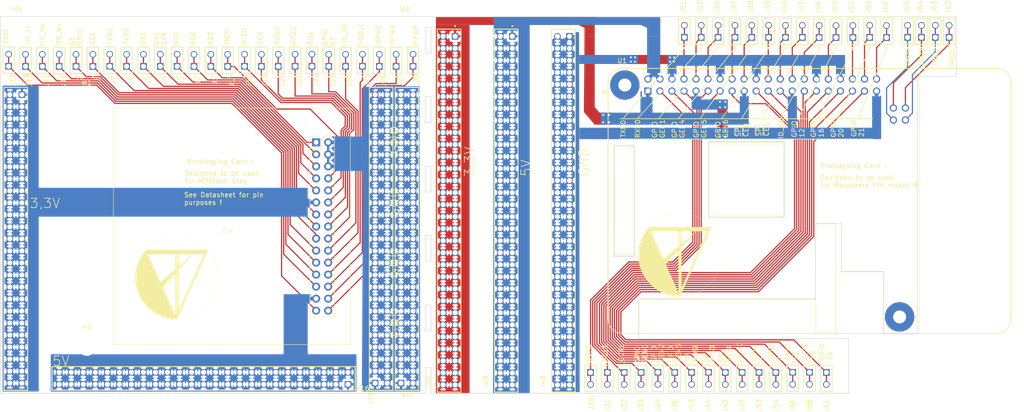
<source format=kicad_pcb>
(kicad_pcb (version 20221018) (generator pcbnew)
  (layers (0 "F.Cu" signal) (31 "B.Cu" signal) (34 "B.Paste" user) (35 "F.Paste" user) (36 "B.SilkS" user "B.Silkscreen") (37 "F.SilkS" user "F.Silkscreen") (38 "B.Mask" user) (39 "F.Mask" user) (44 "Edge.Cuts" user))
  (net 0 "")
  (net 1 "Net-(U1-GPIO18{slash}GPIO_GEN1)")
  (net 2 "Net-(U1-GPIO22{slash}GPIO_GEN3)")
  (net 3 "Net-(U1-GPIO23{slash}GPIO_GEN4)")
  (net 4 "Net-(U1-GPIO24{slash}GPIO_GEN5)")
  (net 5 "Net-(U1-GPIO25{slash}GPIO_GEN6)")
  (net 6 "Net-(U1-GPIO8{slash}~{SPI_CE0})")
  (net 7 "Net-(U1-GPIO7{slash}~{SPI_CE1})")
  (net 8 "Net-(U1-GPIO11{slash}SPI_SCLK)")
  (net 9 "Net-(U1-GPIO10{slash}SPI_MOSI)")
  (net 10 "Net-(U1-GPIO9{slash}SPI_MISO)")
  (net 11 "Net-(U1-ID_SD)")
  (net 12 "Net-(U1-ID_SC)")
  (net 13 "Net-(U1-GPIO4{slash}GPIO_GCKL)")
  (net 14 "Net-(U1-GPIO17{slash}GPIO_GEN0)")
  (net 15 "Net-(U1-GPIO27{slash}GPIO_GEN2)")
  (net 16 "Net-(U1-GPIO2{slash}SDA1)")
  (net 17 "Net-(U1-GPIO3{slash}SCL1)")
  (net 18 "Net-(U1-GPIO14{slash}TXD0)")
  (net 19 "Net-(U1-GPIO15{slash}RXD0)")
  (net 20 "Net-(U1-GPIO5)")
  (net 21 "Net-(U1-GPIO6)")
  (net 22 "Net-(U1-GPIO12)")
  (net 23 "Net-(U1-GPIO13)")
  (net 24 "Net-(U1-GPIO16)")
  (net 25 "Net-(U1-GPIO19)")
  (net 26 "Net-(U1-GPIO20)")
  (net 27 "Net-(U1-GPIO21)")
  (net 28 "Net-(U1-GPIO26)")
  (net 29 "Net-(U1-TR00)")
  (net 30 "Net-(U1-TR01)")
  (net 31 "Net-(U1-TR02)")
  (net 32 "Net-(U1-TR03)")
  (net 33 "Net-(J14-Pin_1)")
  (net 34 "Net-(J14-Pin_3)")
  (net 35 "Net-(J14-Pin_5)")
  (net 36 "Net-(J14-Pin_7)")
  (net 37 "Net-(J14-Pin_9)")
  (net 38 "Net-(J14-Pin_13)")
  (net 39 "Net-(J14-Pin_15)")
  (net 40 "Net-(J14-Pin_17)")
  (net 41 "Net-(J14-Pin_19)")
  (net 42 "Net-(J14-Pin_21)")
  (net 43 "Net-(J14-Pin_23)")
  (net 44 "Net-(J14-Pin_25)")
  (net 45 "Net-(J14-Pin_29)")
  (net 46 "Net-(J14-Pin_2)")
  (net 47 "Net-(J14-Pin_8)")
  (net 48 "Net-(J14-Pin_10)")
  (net 49 "Net-(J14-Pin_11)")
  (net 50 "Net-(J14-Pin_12)")
  (net 51 "Net-(J14-Pin_14)")
  (net 52 "Net-(J14-Pin_16)")
  (net 53 "Net-(J14-Pin_18)")
  (net 54 "Net-(J14-Pin_20)")
  (net 55 "Net-(J14-Pin_22)")
  (net 56 "Net-(J14-Pin_24)")
  (net 57 "Net-(J14-Pin_26)")
  (net 58 "Net-(J14-Pin_27)")
  (net 59 "Net-(J14-Pin_28)")
  (net 60 "Net-(J14-Pin_30)")
  (net 61 "Net-(J48-Pad01)")
  (net 62 "Net-(J49-Pad01)")
  (net 63 "Net-(J50-Pad01)")
  (footprint "graphics:logo_petit" (layer "F.Cu") (at 163.703 110.744)
    (fp_text reference "G***" hide)
    (fp_text value "LOGO" hide)
  )
  (footprint "1P_populated:SAMTEC_SSW-102-02-G-S-Populated" (layer "F.Cu") (at 171.831 64.6095 90)
    (fp_text reference "J35")
    (fp_text value "SSW-102-02-G-S" hide)
  )
  (footprint "1P_populated:SAMTEC_SSW-102-02-G-S-Populated" (layer "F.Cu") (at 180.467 135.4155 -90)
    (fp_text reference "J53")
    (fp_text value "SSW-102-02-G-S" hide)
  )
  (footprint "MountingHole:MountingHole_3.2mm_M3" (layer "F.Cu") (at 105.664 62.865)
    (fp_text reference "H3")
    (fp_text value "MountingHole" hide)
  )
  (footprint "1P_populated:SAMTEC_SSW-102-02-G-S-Populated" (layer "F.Cu") (at 217.678 64.6095 90)
    (fp_text reference "J63")
    (fp_text value "SSW-102-02-G-S" hide)
  )
  (footprint "1P_populated:SAMTEC_SSW-102-02-G-S-Populated" (layer "F.Cu") (at 144.907 135.4155 -90)
    (fp_text reference "J30")
    (fp_text value "SSW-102-02-G-S" hide)
  )
  (footprint "1P_populated:SAMTEC_SSW-102-02-G-S-Populated" (layer "F.Cu") (at 32.766 70.739 90)
    (fp_text reference "J10")
    (fp_text value "SSW-102-02-G-S" hide)
  )
  (footprint "1P_populated:SAMTEC_SSW-102-02-G-S-Populated" (layer "F.Cu") (at 43.434 70.7055 90)
    (fp_text reference "J7")
    (fp_text value "SSW-102-02-G-S" hide)
  )
  (footprint "1P_populated:SAMTEC_SSW-102-02-G-S-Populated" (layer "F.Cu") (at 159.131 135.382 -90)
    (fp_text reference "J34")
    (fp_text value "SSW-102-02-G-S" hide)
  )
  (footprint "1P_populated:SAMTEC_SSW-102-02-G-S-Populated" (layer "F.Cu") (at 152.019 135.4155 -90)
    (fp_text reference "J32")
    (fp_text value "SSW-102-02-G-S" hide)
  )
  (footprint "1P_populated:SAMTEC_SSW-102-02-G-S-Populated" (layer "F.Cu") (at 207.391 64.643 90)
    (fp_text reference "J60")
    (fp_text value "SSW-102-02-G-S" hide)
  )
  (footprint "1P_populated:SAMTEC_SSW-102-02-G-S-Populated" (layer "F.Cu") (at 22.098 70.7055 90)
    (fp_text reference "J13")
    (fp_text value "SSW-102-02-G-S" hide)
  )
  (footprint "1P_populated:SAMTEC_SSW-102-02-G-S-Populated" (layer "F.Cu") (at 178.943 64.6095 90)
    (fp_text reference "J38")
    (fp_text value "SSW-102-02-G-S" hide)
  )
  (footprint "1P_populated:SAMTEC_SSW-102-02-G-S-Populated" (layer "F.Cu") (at 107.442 70.7055 90)
    (fp_text reference "J28")
    (fp_text value "SSW-102-02-G-S" hide)
  )
  (footprint "1P_populated:SAMTEC_SSW-102-02-G-S-Populated" (layer "F.Cu") (at 182.499 64.6095 90)
    (fp_text reference "J39")
    (fp_text value "SSW-102-02-G-S" hide)
  )
  (footprint "1P_populated:SAMTEC_SSW-102-02-G-S-Populated" (layer "F.Cu") (at 173.355 135.4155 -90)
    (fp_text reference "J42")
    (fp_text value "SSW-102-02-G-S" hide)
  )
  (footprint "1P_populated:SAMTEC_SSW-102-02-G-S-Populated" (layer "F.Cu") (at 39.878 70.739 90)
    (fp_text reference "J8")
    (fp_text value "SSW-102-02-G-S" hide)
  )
  (footprint "1P_populated:SAMTEC_SSW-102-02-G-S-Populated" (layer "F.Cu") (at 164.719 64.6095 90)
    (fp_text reference "J51")
    (fp_text value "SSW-102-02-G-S" hide)
  )
  (footprint "1P_populated:SAMTEC_SSW-102-02-G-S-Populated" (layer "F.Cu") (at 189.611 64.6095 90)
    (fp_text reference "J41")
    (fp_text value "SSW-102-02-G-S" hide)
  )
  (footprint "1P_populated:SAMTEC_SSW-102-02-G-S-Populated" (layer "F.Cu") (at 89.662 70.739 90)
    (fp_text reference "J23")
    (fp_text value "SSW-102-02-G-S" hide)
  )
  (footprint "MountingHole:MountingHole_3.2mm_M3" (layer "F.Cu") (at 23.876 62.865)
    (fp_text reference "H4")
    (fp_text value "MountingHole" hide)
  )
  (footprint "30PHeader:SAMTEC_SSW-130-01-T-D-LL" (layer "F.Cu") (at 128.397 64.389 90)
    (fp_text reference "J49")
    (fp_text value "SSW-130-01-T-D-LL" hide)
  )
  (footprint "1P_populated:SAMTEC_SSW-102-02-G-S-Populated" (layer "F.Cu") (at 191.135 135.382 -90)
    (fp_text reference "J58")
    (fp_text value "SSW-102-02-G-S" hide)
  )
  (footprint "1P_populated:SAMTEC_SSW-102-02-G-S-Populated" (layer "F.Cu") (at 50.546 70.739 90)
    (fp_text reference "J5")
    (fp_text value "SSW-102-02-G-S" hide)
  )
  (footprint "1P_populated:SAMTEC_SSW-102-02-G-S-Populated" (layer "F.Cu") (at 166.243 135.4155 -90)
    (fp_text reference "J43")
    (fp_text value "SSW-102-02-G-S" hide)
  )
  (footprint "25PHeader:SAMTEC_SSW-125-01-T-D-LL-Populated" (layer "F.Cu") (at 93.726 137.922)
    (fp_text reference "J16")
    (fp_text value "SSW-125-01-T-D-LL" hide)
  )
  (footprint "25PHeader:SAMTEC_SSW-125-01-T-D-LL-Populated" (layer "F.Cu") (at 24.892 76.708 90)
    (fp_text reference "J15")
    (fp_text value "SSW-125-01-T-D-LL" hide)
  )
  (footprint "1P_populated:SAMTEC_SSW-102-02-G-S-Populated" (layer "F.Cu") (at 162.687 135.4155 -90)
    (fp_text reference "J36")
    (fp_text value "SSW-102-02-G-S" hide)
  )
  (footprint "1P_populated:SAMTEC_SSW-102-02-G-S-Populated" (layer "F.Cu") (at 155.575 135.4155 -90)
    (fp_text reference "J33")
    (fp_text value "SSW-102-02-G-S" hide)
  )
  (footprint "1P_populated:SAMTEC_SSW-102-02-G-S-Populated" (layer "F.Cu") (at 200.279 64.643 90)
    (fp_text reference "J57")
    (fp_text value "SSW-102-02-G-S" hide)
  )
  (footprint "MountingHole:MountingHole_3.2mm_M3" (layer "F.Cu") (at 38.608 78.486)
    (fp_text reference "H1")
    (fp_text value "MountingHole" hide)
  )
  (footprint "1P_populated:SAMTEC_SSW-102-02-G-S-Populated" (layer "F.Cu") (at 57.658 70.7055 90)
    (fp_text reference "J3")
    (fp_text value "SSW-102-02-G-S" hide)
  )
  (footprint "1P_populated:SAMTEC_SSW-102-02-G-S-Populated" (layer "F.Cu") (at 196.723 64.643 90)
    (fp_text reference "J55")
    (fp_text value "SSW-102-02-G-S" hide)
  )
  (footprint "1P_populated:SAMTEC_SSW-102-02-G-S-Populated" (layer "F.Cu") (at 78.994 70.739 90)
    (fp_text reference "J20")
    (fp_text value "SSW-102-02-G-S" hide)
  )
  (footprint "1P_populated:SAMTEC_SSW-102-02-G-S-Populated" (layer "F.Cu") (at 29.21 70.739 90)
    (fp_text reference "J11")
    (fp_text value "SSW-102-02-G-S" hide)
  )
  (footprint "1P_populated:SAMTEC_SSW-102-02-G-S-Populated" (layer "F.Cu") (at 36.322 70.739 90)
    (fp_text reference "J9")
    (fp_text value "SSW-102-02-G-S" hide)
  )
  (footprint "1P_populated:SAMTEC_SSW-102-02-G-S-Populated" (layer "F.Cu") (at 168.275 64.6095 90)
    (fp_text reference "J52")
    (fp_text value "SSW-102-02-G-S" hide)
  )
  (footprint "Raspberry:MODULE_RASPBERRY_PI_4B_4GB" (layer "F.Cu") (at 191.146 99.176)
    (fp_text reference "U1")
    (fp_text value "RASPBERRY_PI_4B_4GB" hide)
  )
  (footprint "1P_populated:SAMTEC_SSW-102-02-G-S-Populated" (layer "F.Cu") (at 186.055 64.6095 90)
    (fp_text reference "J40")
    (fp_text value "SSW-102-02-G-S" hide)
  )
  (footprint "1P_populated:SAMTEC_SSW-102-02-G-S-Populated" (layer "F.Cu") (at 175.387 64.6095 90)
    (fp_text reference "J37")
    (fp_text value "SSW-102-02-G-S" hide)
  )
  (footprint "1P_populated:SAMTEC_SSW-102-02-G-S-Populated" (layer "F.Cu") (at 71.882 70.7055 90)
    (fp_text reference "J18")
    (fp_text value "SSW-102-02-G-S" hide)
  )
  (footprint "1P_populated:SAMTEC_SSW-102-02-G-S-Populated" (layer "F.Cu") (at 203.835 64.6095 90)
    (fp_text reference "J59")
    (fp_text value "SSW-102-02-G-S" hide)
  )
  (footprint "1P_populated:SAMTEC_SSW-102-02-G-S-Populated" (layer "F.Cu") (at 214.757 64.6095 90)
    (fp_text reference "J64")
    (fp_text value "SSW-102-02-G-S" hide)
  )
  (footprint "1P_populated:SAMTEC_SSW-102-02-G-S-Populated" (layer "F.Cu") (at 54.102 70.739 90)
    (fp_text reference "J4")
    (fp_text value "SSW-102-02-G-S" hide)
  )
  (footprint "1P_populated:SAMTEC_SSW-102-02-G-S-Populated" (layer "F.Cu") (at 25.654 70.739 90)
    (fp_text reference "J12")
    (fp_text value "SSW-102-02-G-S" hide)
  )
  (footprint "1P_populated:SAMTEC_SSW-102-02-G-S-Populated" (layer "F.Cu") (at 103.886 70.739 90)
    (fp_text reference "J27")
    (fp_text value "SSW-102-02-G-S" hide)
  )
  (footprint "1P_populated:SAMTEC_SSW-102-02-G-S-Populated" (layer "F.Cu") (at 211.836 64.6095 90)
    (fp_text reference "J65")
    (fp_text value "SSW-102-02-G-S" hide)
  )
  (footprint "30PHeader:SAMTEC_SSW-130-01-T-D-LL" (layer "F.Cu") (at 116.332 64.389 90)
    (fp_text reference "J50")
    (fp_text value "SSW-130-01-T-D-LL" hide)
  )
  (footprint "1P_populated:SAMTEC_SSW-102-02-G-S-Populated" (layer "F.Cu") (at 86.106 70.7055 90)
    (fp_text reference "J22")
    (fp_text value "SSW-102-02-G-S" hide)
  )
  (footprint "graphics:logo_petit" (layer "F.Cu") (at 57.531 115.57)
    (fp_text reference "G***" hide)
    (fp_text value "LOGO" hide)
  )
  (footprint "1P_populated:SAMTEC_SSW-102-02-G-S-Populated" (layer "F.Cu") (at 176.911 135.4155 -90)
    (fp_text reference "J45")
    (fp_text value "SSW-102-02-G-S" hide)
  )
  (footprint "1P_populated:SAMTEC_SSW-102-02-G-S-Populated" (layer "F.Cu") (at 194.691 135.4155 -90)
    (fp_text reference "J61")
    (fp_text value "SSW-102-02-G-S" hide)
  )
  (footprint "1P_populated:SAMTEC_SSW-102-02-G-S-Populated" (layer "F.Cu") (at 96.774 70.7055 90)
    (fp_text reference "J25")
    (fp_text value "SSW-102-02-G-S" hide)
  )
  (footprint "25PHeader:SAMTEC_SSW-125-01-T-D-LL-Populated" (layer "F.Cu") (at 99.441 137.668 -90)
    (fp_text reference "J29")
    (fp_text value "SSW-125-01-T-D-LL" hide)
  )
  (footprint "30PHeader:SAMTEC_SSW-130-01-T-D-LL" (layer "F.Cu") (at 140.462 64.389 90)
    (fp_text reference "J48")
    (fp_text value "SSW-130-01-T-D-LL" hide)
  )
  (footprint "1P_populated:SAMTEC_SSW-102-02-G-S-Populated" (layer "F.Cu") (at 184.023 135.4155 -90)
    (fp_text reference "J54")
    (fp_text value "SSW-102-02-G-S" hide)
  )
  (footprint "1P_populated:SAMTEC_SSW-102-02-G-S-Populated" (layer "F.Cu") (at 68.326 70.739 90)
    (fp_text reference "J17")
    (fp_text value "SSW-102-02-G-S" hide)
  )
  (footprint "1P_populated:SAMTEC_SSW-102-02-G-S-Populated" (layer "F.Cu") (at 220.599 64.6095 90)
    (fp_text reference "J62")
    (fp_text value "SSW-102-02-G-S" hide)
  )
  (footprint "1P_populated:SAMTEC_SSW-102-02-G-S-Populated" (layer "F.Cu") (at 75.438 70.739 90)
    (fp_text reference "J19")
    (fp_text value "SSW-102-02-G-S" hide)
  )
  (footprint "1P_populated:SAMTEC_SSW-102-02-G-S-Populated" (layer "F.Cu") (at 82.55 70.7055 90)
    (fp_text reference "J21")
    (fp_text value "SSW-102-02-G-S" hide)
  )
  (footprint "25PHeader:SAMTEC_SSW-125-01-T-D-LL" (layer "F.Cu") (at 104.902 137.668 -90)
    (fp_text reference "J47")
    (fp_text value "SSW-125-01-T-D-LL" hide)
  )
  (footprint "1P_populated:SAMTEC_SSW-102-02-G-S-Populated" (layer "F.Cu") (at 93.218 70.739 90)
    (fp_text reference "J24")
    (fp_text value "SSW-102-02-G-S" hide)
  )
  (footprint "1P_populated:SAMTEC_SSW-102-02-G-S-Populated" (layer "F.Cu") (at 148.463 135.4155 -90)
    (fp_text reference "J31")
    (fp_text value "SSW-102-02-G-S" hide)
  )
  (footprint "1P_populated:SAMTEC_SSW-102-02-G-S-Populated" (layer "F.Cu") (at 193.167 64.643 90)
    (fp_text reference "J46")
    (fp_text value "SSW-102-02-G-S" hide)
  )
  (footprint "MountingHole:MountingHole_3.2mm_M3" (layer "F.Cu") (at 38.608 130.048)
    (fp_text reference "H2")
    (fp_text value "MountingHole" hide)
  )
  (footprint "1P_populated:SAMTEC_SSW-102-02-G-S-Populated" (layer "F.Cu") (at 100.33 70.739 90)
    (fp_text reference "J26")
    (fp_text value "SSW-102-02-G-S" hide)
  )
  (footprint "M5Stack:M5Stack" (layer "F.Cu") (at 44.215 79.521)
    (fp_text reference "J14")
    (fp_text value "~" hide)
  )
  (footprint "1P_populated:SAMTEC_SSW-102-02-G-S-Populated" (layer "F.Cu") (at 64.77 70.739 90)
    (fp_text reference "J1")
    (fp_text value "SSW-102-02-G-S" hide)
  )
  (footprint "1P_populated:SAMTEC_SSW-102-02-G-S-Populated" (layer "F.Cu") (at 46.99 70.739 90)
    (fp_text reference "J6")
    (fp_text value "SSW-102-02-G-S" hide)
  )
  (footprint "1P_populated:SAMTEC_SSW-102-02-G-S-Populated" (layer "F.Cu") (at 187.579 135.382 -90)
    (fp_text reference "J56")
    (fp_text value "SSW-102-02-G-S" hide)
  )
  (footprint "1P_populated:SAMTEC_SSW-102-02-G-S-Populated" (layer "F.Cu") (at 169.799 135.382 -90)
    (fp_text reference "J44")
    (fp_text value "SSW-102-02-G-S" hide)
  )
  (footprint "1P_populated:SAMTEC_SSW-102-02-G-S-Populated" (layer "F.Cu") (at 61.214 70.739 90)
    (fp_text reference "J2")
    (fp_text value "SSW-102-02-G-S" hide)
  )
  (gr_line (start 185.73 102.528) (end 169.93 102.528) (stroke (width 0.1)) (layer "F.SilkS"))
  (gr_line (start 151.43 87.968) (end 153.68 87.968) (stroke (width 0.1)) (layer "F.SilkS"))
  (gr_line (start 151.43 110.368) (end 149.93 110.368) (stroke (width 0.1)) (layer "F.SilkS"))
  (gr_line (start 149.93 110.368) (end 149.93 110.768) (stroke (width 0.1)) (layer "F.SilkS"))
  (gr_line (start 193.94 126.828) (end 192.44 126.828) (stroke (width 0.1)) (layer "F.SilkS"))
  (gr_line (start 168.021 81.788) (end 178.943 66.7845) (stroke (width 0.15)) (layer "F.SilkS"))
  (gr_line (start 155.119026 127.168) (end 155.119026 119.917409) (stroke (width 0.1)) (layer "F.SilkS"))
  (gr_line (start 151.13 81.788) (end 204.47 81.788) (stroke (width 0.15)) (layer "F.SilkS"))
  (gr_line (start 214.398477 71.168) (end 214.398477 127.168) (stroke (width 0.1)) (layer "F.SilkS"))
  (gr_line (start 188.722 81.788) (end 196.723 66.718) (stroke (width 0.15)) (layer "F.SilkS"))
  (gr_line (start 175.387 66.8845) (end 163.449 81.788) (stroke (width 0.15)) (layer "F.SilkS"))
  (gr_line (start 196.19 104.028) (end 196.59 104.028) (stroke (width 0.1)) (layer "F.SilkS"))
  (gr_line (start 206.772247 127.168) (end 206.772247 114.191705) (stroke (width 0.1)) (layer "F.SilkS"))
  (gr_line (start 185.33 102.528) (end 185.73 102.528) (stroke (width 0.1)) (layer "F.SilkS"))
  (gr_line (start 230.59 71.168) (end 151.59 71.168) (stroke (width 0.1)) (layer "F.SilkS"))
  (gr_line (start 153.68 87.968) (end 153.68 87.568) (stroke (width 0.1)) (layer "F.SilkS"))
  (gr_line (start 148.59 74.168) (end 148.59 124.168) (stroke (width 0.1)) (layer "F.SilkS"))
  (gr_line (start 233.59 124.168) (end 233.59 74.168) (stroke (width 0.1)) (layer "F.SilkS"))
  (gr_line (start 170.33 86.728) (end 169.93 86.728) (stroke (width 0.1)) (layer "F.SilkS"))
  (gr_line (start 155.119026 127.168) (end 192.44 127.168) (stroke (width 0.1)) (layer "F.SilkS"))
  (gr_line (start 196.59 127.168) (end 206.772247 127.168) (stroke (width 0.1)) (layer "F.SilkS"))
  (gr_line (start 214.398477 127.168) (end 230.59 127.168) (stroke (width 0.1)) (layer "F.SilkS"))
  (gr_line (start 154.08 110.768) (end 149.93 110.768) (stroke (width 0.1)) (layer "F.SilkS"))
  (gr_line (start 192.44 119.917409) (end 155.119026 119.917409) (stroke (width 0.1)) (layer "F.SilkS"))
  (gr_line (start 233.59 124.168) (end 233.59 74.168) (stroke (width 0.1)) (layer "F.SilkS"))
  (gr_line (start 154.08 87.568) (end 154.08 110.768) (stroke (width 0.1)) (layer "F.SilkS"))
  (gr_line (start 201.422 81.788) (end 207.491 66.818) (stroke (width 0.15)) (layer "F.SilkS"))
  (gr_line (start 172.593 81.788) (end 182.599 66.7845) (stroke (width 0.15)) (layer "F.SilkS"))
  (gr_line (start 192.913 81.788) (end 200.379 66.818) (stroke (width 0.15)) (layer "F.SilkS"))
  (gr_line (start 151.59 127.168) (end 230.59 127.168) (stroke (width 0.1)) (layer "F.SilkS"))
  (gr_line (start 169.93 86.728) (end 185.73 86.728) (stroke (width 0.1)) (layer "F.SilkS"))
  (gr_line (start 197.104 81.788) (end 203.935 66.7845) (stroke (width 0.15)) (layer "F.SilkS"))
  (gr_line (start 153.68 110.368) (end 151.43 110.368) (stroke (width 0.1)) (layer "F.SilkS"))
  (gr_line (start 151.765 81.788) (end 164.719 66.8845) (stroke (width 0.15)) (layer "F.SilkS"))
  (gr_line (start 154.813 81.788) (end 168.375 66.7845) (stroke (width 0.15)) (layer "F.SilkS"))
  (gr_line (start 192.44 127.228) (end 192.44 104.028) (stroke (width 0.1)) (layer "F.SilkS"))
  (gr_line (start 204.47 86.106) (end 151.003 86.106) (stroke (width 0.15)) (layer "F.SilkS"))
  (gr_line (start 181.102 81.788) (end 189.611 66.8845) (stroke (width 0.15)) (layer "F.SilkS"))
  (gr_line (start 149.93 87.568) (end 154.08 87.568) (stroke (width 0.1)) (layer "F.SilkS"))
  (gr_line (start 170.33 102.128) (end 185.33 102.128) (stroke (width 0.1)) (layer "F.SilkS"))
  (gr_line (start 192.44 126.828) (end 192.44 127.228) (stroke (width 0.1)) (layer "F.SilkS"))
  (gr_arc (start 233.59 124.168) (mid 232.71132 126.28932) (end 230.59 127.168) (stroke (width 0.1)) (layer "F.SilkS"))
  (gr_line (start 185.73 86.728) (end 185.73 102.528) (stroke (width 0.1)) (layer "F.SilkS"))
  (gr_line (start 155.119026 119.917409) (end 192.44 119.917409) (stroke (width 0.1)) (layer "F.SilkS"))
  (gr_line (start 185.039 81.788) (end 193.267 66.818) (stroke (width 0.15)) (layer "F.SilkS"))
  (gr_line (start 149.93 110.768) (end 149.93 87.568) (stroke (width 0.1)) (layer "F.SilkS"))
  (gr_line (start 206.772247 114.191705) (end 196.59 114.191705) (stroke (width 0.1)) (layer "F.SilkS"))
  (gr_line (start 196.59 114.191705) (end 196.59 127.168) (stroke (width 0.1)) (layer "F.SilkS"))
  (gr_line (start 192.44 104.028) (end 196.59 104.028) (stroke (width 0.1)) (layer "F.SilkS"))
  (gr_line (start 150.08 93.168) (end 150.08 105.168) (stroke (width 0.1)) (layer "F.SilkS"))
  (gr_line (start 230.59 71.168) (end 214.398477 71.168) (stroke (width 0.1)) (layer "F.SilkS"))
  (gr_arc (start 148.59 74.168) (mid 149.46868 72.04668) (end 151.59 71.168) (stroke (width 0.1)) (layer "F.SilkS"))
  (gr_arc (start 230.59 71.168) (mid 232.71132 72.04668) (end 233.59 74.168) (stroke (width 0.1)) (layer "F.SilkS"))
  (gr_line (start 192.44 127.168) (end 192.44 119.917409) (stroke (width 0.1)) (layer "F.SilkS"))
  (gr_line (start 159.258 81.788) (end 171.731 66.7845) (stroke (width 0.15)) (layer "F.SilkS"))
  (gr_line (start 169.93 102.528) (end 169.93 86.728) (stroke (width 0.1)) (layer "F.SilkS"))
  (gr_arc (start 151.59 127.168) (mid 149.46868 126.28932) (end 148.59 124.168) (stroke (width 0.1)) (layer "F.SilkS"))
  (gr_line (start 185.33 102.128) (end 185.33 102.528) (stroke (width 0.1)) (layer "F.SilkS"))
  (gr_line (start 196.19 104.428) (end 196.19 104.028) (stroke (width 0.1)) (layer "F.SilkS"))
  (gr_line (start 185.33 87.128) (end 170.33 87.128) (stroke (width 0.1)) (layer "F.SilkS"))
  (gr_line (start 176.784 81.788) (end 186.055 66.8845) (stroke (width 0.15)) (layer "F.SilkS"))
  (gr_line (start 153.68 87.568) (end 154.08 87.568) (stroke (width 0.1)) (layer "F.SilkS"))
  (gr_line (start 196.59 127.228) (end 192.44 127.228) (stroke (width 0.1)) (layer "F.SilkS"))
  (gr_line (start 196.59 104.028) (end 196.59 127.228) (stroke (width 0.1)) (layer "F.SilkS"))
  (gr_line (start 170.33 87.128) (end 170.33 86.728) (stroke (width 0.1)) (layer "F.SilkS"))
  (gr_line (start 155.119026 119.917409) (end 155.119026 127.168) (stroke (width 0.1)) (layer "F.SilkS"))
  (gr_line (start 196.19 126.828) (end 193.94 126.828) (stroke (width 0.1)) (layer "F.SilkS"))
  (gr_line (start 110.109 106.426) (end 111.252 106.426) (stroke (width 0.1)) (layer "Edge.Cuts"))
  (gr_line (start 109.601 60.198) (end 110.236 60.198) (stroke (width 0.1)) (layer "Edge.Cuts"))
  (gr_line (start 206.756 127.254) (end 206.756 114.046) (stroke (width 0.1)) (layer "Edge.Cuts"))
  (gr_line (start 110.109 82.55) (end 110.109 77.089) (stroke (width 0.1)) (layer "Edge.Cuts"))
  (gr_line (start 213.868 127.254) (end 213.868 125.603) (stroke (width 0.1)) (layer "Edge.Cuts"))
  (gr_line (start 111.252 121.158) (end 111.252 126.619) (stroke (width 0.1)) (layer "Edge.Cuts"))
  (gr_line (start 20.32 60.198) (end 20.32 139.827) (stroke (width 0.1)) (layer "Edge.Cuts"))
  (gr_line (start 192.405 119.888) (end 155.067 119.888) (stroke (width 0.1)) (layer "Edge.Cuts"))
  (gr_line (start 213.868 73.66) (end 213.868 72.898) (stroke (width 0.1)) (layer "Edge.Cuts"))
  (gr_line (start 206.756 127.254) (end 213.868 127.254) (stroke (width 0.1)) (layer "Edge.Cuts"))
  (gr_line (start 110.109 134.366) (end 111.252 134.366) (stroke (width 0.1)) (layer "Edge.Cuts"))
  (gr_line (start 197.866 114.046) (end 197.866 103.886) (stroke (width 0.1)) (layer "Edge.Cuts"))
  (gr_line (start 206.756 114.046) (end 203.454 114.046) (stroke (width 0.1)) (layer "Edge.Cuts"))
  (gr_line (start 20.32 139.827) (end 110.109 139.827) (stroke (width 0.1)) (layer "Edge.Cuts"))
  (gr_line (start 111.252 126.619) (end 110.109 126.619) (stroke (width 0.1)) (layer "Edge.Cuts"))
  (gr_line (start 222.123 72.898) (end 222.123 60.198) (stroke (width 0.1)) (layer "Edge.Cuts"))
  (gr_line (start 213.868 60.198) (end 222.123 60.198) (stroke (width 0.1)) (layer "Edge.Cuts"))
  (gr_line (start 111.252 77.089) (end 111.252 82.55) (stroke (width 0.1)) (layer "Edge.Cuts"))
  (gr_line (start 111.252 111.887) (end 110.109 111.887) (stroke (width 0.1)) (layer "Edge.Cuts"))
  (gr_line (start 196.723 103.886) (end 192.405 103.886) (stroke (width 0.1)) (layer "Edge.Cuts"))
  (gr_line (start 110.109 67.945) (end 110.109 62.484) (stroke (width 0.1)) (layer "Edge.Cuts"))
  (gr_line (start 192.405 103.886) (end 192.405 119.888) (stroke (width 0.1)) (layer "Edge.Cuts"))
  (gr_line (start 213.868 73.66) (end 213.868 124.841) (stroke (width 0.1)) (layer "Edge.Cuts"))
  (gr_rect (start 169.799 86.614) (end 185.801 102.616) (stroke (width 0.1)) (fill none) (layer "Edge.Cuts"))
  (gr_line (start 110.109 139.827) (end 110.109 134.366) (stroke (width 0.1)) (layer "Edge.Cuts"))
  (gr_line (start 199.39 139.827) (end 199.39 128.27) (stroke (width 0.1)) (layer "Edge.Cuts"))
  (gr_line (start 110.109 62.484) (end 111.252 62.484) (stroke (width 0.1)) (layer "Edge.Cuts"))
  (gr_line (start 196.723 103.886) (end 197.866 103.886) (stroke (width 0.1)) (layer "Edge.Cuts"))
  (gr_line (start 213.868 125.603) (end 213.868 124.841) (stroke (width 0.1)) (layer "Edge.Cuts"))
  (gr_line (start 109.601 60.198) (end 20.32 60.198) (stroke (width 0.1)) (layer "Edge.Cuts"))
  (gr_line (start 111.252 106.426) (end 111.252 111.887) (stroke (width 0.1)) (layer "Edge.Cuts"))
  (gr_line (start 111.252 91.821) (end 111.252 97.282) (stroke (width 0.1)) (layer "Edge.Cuts"))
  (gr_line (start 110.109 91.821) (end 111.252 91.821) (stroke (width 0.1)) (layer "Edge.Cuts"))
  (gr_line (start 110.109 126.619) (end 110.109 121.158) (stroke (width 0.1)) (layer "Edge.Cuts"))
  (gr_line (start 155.067 128.27) (end 155.067 119.888) (stroke (width 0.1)) (layer "Edge.Cuts"))
  (gr_line (start 197.866 114.046) (end 203.454 114.046) (stroke (width 0.1)) (layer "Edge.Cuts"))
  (gr_line (start 111.252 82.55) (end 110.109 82.55) (stroke (width 0.1)) (layer "Edge.Cuts"))
  (gr_line (start 111.252 62.484) (end 111.252 67.945) (stroke (width 0.1)) (layer "Edge.Cuts"))
  (gr_line (start 111.252 134.366) (end 111.252 139.827) (stroke (width 0.1)) (layer "Edge.Cuts"))
  (gr_line (start 111.252 139.827) (end 199.39 139.827) (stroke (width 0.1)) (layer "Edge.Cuts"))
  (gr_line (start 110.109 97.282) (end 110.109 91.821) (stroke (width 0.1)) (layer "Edge.Cuts"))
  (gr_rect (start 149.86 87.503) (end 154.178 110.871) (stroke (width 0.1)) (fill none) (layer "Edge.Cuts"))
  (gr_line (start 199.39 128.27) (end 155.067 128.27) (stroke (width 0.1)) (layer "Edge.Cuts"))
  (gr_line (start 110.109 121.158) (end 111.252 121.158) (stroke (width 0.1)) (layer "Edge.Cuts"))
  (gr_line (start 111.252 67.945) (end 110.109 67.945) (stroke (width 0.1)) (layer "Edge.Cuts"))
  (gr_line (start 222.123 72.898) (end 213.868 72.898) (stroke (width 0.1)) (layer "Edge.Cuts"))
  (gr_line (start 213.868 60.198) (end 110.236 60.198) (stroke (width 0.1)) (layer "Edge.Cuts"))
  (gr_line (start 110.109 77.089) (end 111.252 77.089) (stroke (width 0.1)) (layer "Edge.Cuts"))
  (gr_line (start 111.252 97.282) (end 110.109 97.282) (stroke (width 0.1)) (layer "Edge.Cuts"))
  (gr_line (start 110.109 111.887) (end 110.109 106.426) (stroke (width 0.1)) (layer "Edge.Cuts"))
  (gr_text "MISO" (at 72.39 66.294 90) (layer "F.SilkS") (effects (font (size 1 1)) (justify left bottom)))
  (gr_text "GPIO\n12" (at 190.119 85.852 90) (layer "F.SilkS") (effects (font (size 1 1)) (justify left bottom)))
  (gr_text "RST" (at 58.166 66.294 90) (layer "F.SilkS") (effects (font (size 1 1)) (justify left bottom)))
  (gr_text "GPIO\nGEN5" (at 169.418 85.979 90) (layer "F.SilkS") (effects (font (size 1 1)) (justify left bottom)))
  (gr_text "ADC" (at 65.278 66.294 90) (layer "F.SilkS") (effects (font (size 1 1)) (justify left bottom)))
  (gr_text "MOSI" (at 68.707 66.294 90) (layer "F.SilkS") (effects (font (size 1 1)) (justify left bottom)))
  (gr_text "DAC" (at 51.054 66.294 90) (layer "F.SilkS") (effects (font (size 1 1)) (justify left bottom)))
  (gr_text "RXD0" (at 79.375 66.294 90) (layer "F.SilkS") (effects (font (size 1 1)) (justify left bottom)))
  (gr_text "G5\nGPIO" (at 37.719 66.421 90) (layer "F.SilkS") (effects (font (size 1 1)) (justify left bottom)))
  (gr_text "Designed to be used \nfor M5Stack Gray" (at 59.182 95.504) (layer "F.SilkS") (effects (font (size 1 1)) (justify left bottom)))
  (gr_text "GND" (at 144.653 94.107 90) (layer "F.SilkS") (effects (font (size 2 2)) (justify left bottom)))
  (gr_text "HPWR" (at 108.585 66.294 90) (layer "F.SilkS") (effects (font (size 1 1)) (justify left bottom)))
  (gr_text "TRO1" (at 218.313 70.739 90) (layer "F.SilkS") (effects (font (size 1 1)) (justify left bottom)))
  (gr_text "ID_SD" (at 177.011 133.2405 90) (layer "F.SilkS") (effects (font (size 1 1)) (justify left bottom)))
  (gr_text "IISOut" (at 97.028 66.294 90) (layer "F.SilkS") (effects (font (size 1 1)) (justify left bottom)))
  (gr_text "IIS_Ws\n" (at 33.274 66.294 90) (layer "F.SilkS") (effects (font (size 1 1)) (justify left bottom)))
  (gr_text "3,3V" (at 120.523 94.234 90) (layer "F.SilkS") (effects (font (size 2 2)) (justify left bottom)))
  (gr_text "___" (at 181.356 85.471 90) (layer "F.SilkS") (effects (font (size 1 1)) (justify left bottom)))
  (gr_text "GPIO\nGEN2" (at 160.528 133.35 90) (layer "F.SilkS") (effects (font (size 1 1)) (justify left bottom)))
  (gr_text "GPIO\nGEN1" (at 160.655 85.979 90) (layer "F.SilkS") (effects (font (size 1 1)) (justify left bottom)))
  (gr_text "5V" (at 132.461 94.107 90) (layer "F.SilkS") (effects (font (size 2 2)) (justify left bottom)))
  (gr_text "GPIO\n26" (at 195.961 132.969 90) (layer "F.SilkS") (effects (font (size 1 1)) (justify left bottom)))
  (gr_text "SPI\nCE0" (at 178.308 85.725 90) (layer "F.SilkS") (effects (font (size 1 1)) (justify left bottom)))
  (gr_text "IIS_Mk" (at 29.845 66.294 90) (layer "F.SilkS") (effects (font (size 1 1)) (justify left bottom)))
  (gr_text "GND" (at 104.648 89.408 90) (layer "F.SilkS") (effects (font (size 2 2)) (justify left bottom)))
  (gr_text "___" (at 177.038 85.598 90) (layer "F.SilkS") (effects (font (size 1 1)) (justify left bottom)))
  (gr_text "GPIO\n6" (at 185.166 133.096 90) (layer "F.SilkS") (effects (font (size 1 1)) (justify left bottom)))
  (gr_text "GPIO\nGEN4" (at 164.846 85.979 90) (layer "F.SilkS") (effects (font (size 1 1)) (justify left bottom)))
  (gr_text "GND" (at 104.648 102.743 90) (layer "F.SilkS") (effects (font (size 2 2)) (justify left bottom)))
  (gr_text "RXD0" (at 155.448 85.979 90) (layer "F.SilkS") (effects (font (size 1 1)) (justify left bottom)))
  (gr_text "GCKL" (at 151.992 133.2405 90) (layer "F.SilkS") (effects (font (size 1 1)) (justify left bottom)))
  (gr_text "SCL\n" (at 40.386 66.294 90) (layer "F.SilkS") (effects (font (size 1 1)) (justify left bottom)))
  (gr_text "GPIO\nG2" (at 91.059 66.421 90) (layer "F.SilkS") (effects (font (size 1 1)) (justify left bottom)))
  (gr_text "___" (at 179.705 85.471 90) (layer "F.SilkS") (effects (font (size 1 1)) (justify left bottom)))
  (gr_text "HPWR" (at 100.711 66.294 90) (layer "F.SilkS") (effects (font (size 1 1)) (justify left bottom)))
  (gr_text "SDA1" (at 145.007 133.2405 90) (layer "F.SilkS") (effects (font (size 1 1)) (justify left bottom)))
  (gr_text "SDA" (at 86.487 66.294 90) (layer "F.SilkS") (effects (font (size 1 1)) (justify left bottom)))
  (gr_text "5V" (at 31.241 134.1755) (layer "F.SilkS") (effects (font (size 2 2)) (justify left bottom)))
  (gr_text "GPIO\n16" (at 194.183 85.852 90) (layer "F.SilkS") (effects (font (size 1 1)) (justify left bottom)))
  (gr_text "GPIO\n19" (at 192.405 132.842 90) (layer "F.SilkS") (effects (font (size 1 1)) (justify left bottom)))
  (gr_text "GPIO\n13" (at 188.722 132.969 90) (layer "F.SilkS") (effects (font (size 1 1)) (justify left bottom)))
  (gr_text "ADC" (at 61.595 66.294 90) (layer "F.SilkS") (effects (font (size 1 1)) (justify left bottom)))
  (gr_text "TXD2" (at 44.069 66.294 90) (layer "F.SilkS") (effects (font (size 1 1)) (justify left bottom)))
  (gr_text "SPI\nMOSI" (at 167.64 133.35 90) (layer "F.SilkS") (effects (font (size 1 1)) (justify left bottom)))
  (gr_text "SCL1" (at 148.563 133.2405 90) (layer "F.SilkS") (effects (font (size 1 1)) (justify left bottom)))
  (gr_text "TXD0" (at 152.4 85.852 90) (layer "F.SilkS") (effects (font (size 1 1)) (justify left bottom)))
  (gr_text "___" (at 175.387 85.471 90) (layer "F.SilkS") (effects (font (size 1 1)) (justify left bottom)))
  (gr_text "SCK" (at 75.819 66.294 90) (layer "F.SilkS") (effects (font (size 1 1)) (justify left bottom)))
  (gr_text "Prototyping Card :" (at 193.294 92.329) (layer "F.SilkS") (effects (font (size 1 1)) (justify left bottom)))
  (gr_text "GND" (at 104.775 128.016 90) (layer "F.SilkS") (effects (font (size 2 2)) (justify left bottom)))
  (gr_text "IIS_SK" (at 93.599 66.294 90) (layer "F.SilkS") (effects (font (size 1 1)) (justify left bottom)))
  (gr_text "TRO0" (at 221.869 70.993 90) (layer "F.SilkS") (effects (font (size 1 1)) (justify left bottom)))
  (gr_text "GPIO\nGEN6" (at 173.99 85.979 90) (layer "F.SilkS") (effects (font (size 1 1)) (justify left bottom)))
  (gr_text "3,3V" (at 26.416 100.838) (layer "F.SilkS") (effects (font (size 2 2)) (justify left bottom)))
  (gr_text "DAC\nSPK" (at 55.499 66.294 90) (layer "F.SilkS") (effects (font (size 1 1)) (justify left bottom)))
  (gr_text "TRO2" (at 215.392 70.739 90) (layer "F.SilkS") (effects (font (size 1 1)) (justify left bottom)))
  (gr_text "Vbat" (at 21.971 66.167 90) (layer "F.SilkS") (effects (font (size 1 1)) (justify left bottom)))
  (gr_text "SPI\nCE1" (at 182.626 85.598 90) (layer "F.SilkS") (effects (font (size 1 1)) (justify left bottom)))
  (gr_text "TRO3" (at 212.471 70.739 90) (layer "F.SilkS") (effects (font (size 1 1)) (justify left bottom)))
  (gr_text "GND" (at 104.648 115.443 90) (layer "F.SilkS") (effects (font (size 2 2)) (justify left bottom)))
  (gr_text "GPIO\nGEN0" (at 156.972 133.477 90) (layer "F.SilkS") (effects (font (size 1 1)) (justify left bottom)))
  (gr_text "Designed to be used \nfor Raspberry Pi4 model B" (at 193.294 96.393) (layer "F.SilkS") (effects (font (size 1 1)) (justify left bottom)))
  (gr_text "GPIO\n5" (at 181.737 133.096 90) (layer "F.SilkS") (effects (font (size 1 1)) (justify left bottom)))
  (gr_text "Prototyping Card :" (at 59.69 91.44) (layer "F.SilkS") (effects (font (size 1 1)) (justify left bottom)))
  (gr_text "SPI\nSCLK" (at 174.752 133.35 90) (layer "F.SilkS") (effects (font (size 1 1)) (justify left bottom)))
  (gr_text "See Datasheet for pin\npurposes !" (at 59.055 100.076) (layer "F.SilkS") (effects (font (size 1 1)) (justify left bottom)))
  (gr_text "GPIO\n20" (at 198.374 85.852 90) (layer "F.SilkS") (effects (font (size 1 1)) (justify left bottom)))
  (gr_text "TXD0" (at 47.498 66.294 90) (layer "F.SilkS") (effects (font (size 1 1)) (justify left bottom)))
  (gr_text "IIS_In" (at 26.67 66.167 90) (layer "F.SilkS") (effects (font (size 1 1)) (justify left bottom)))
  (gr_text "RXD2" (at 82.804 66.294 90) (layer "F.SilkS") (effects (font (size 1 1)) (justify left bottom)))
  (gr_text "ID_SC" (at 185.674 86.106 90) (layer "F.SilkS") (effects (font (size 1 1)) (justify left bottom)))
  (gr_text "GPIO\nGEN3" (at 164.084 133.35 90) (layer "F.SilkS") (effects (font (size 1 1)) (justify left bottom)))
  (gr_text "HPWR" (at 103.632 66.294 90) (layer "F.SilkS") (effects (font (size 1 1)) (justify left bottom)))
  (gr_text "SPI\nMISO" (at 171.196 133.35 90) (layer "F.SilkS") (effects (font (size 1 1)) (justify left bottom)))
  (gr_text "GPIO\n21" (at 202.692 85.725 90) (layer "F.SilkS") (effects (font (size 1 1)) (justify left bottom)))
  (segment (start 169.716 73.428) (end 169.716 66.7245) (width 0.25) (layer "F.Cu") (net 1))
  (segment (start 171.831 62.0695) (end 171.831 64.6095) (width 0.25) (layer "F.Cu") (net 1))
  (segment (start 169.716 66.7245) (end 171.831 64.6095) (width 0.25) (layer "F.Cu") (net 1))
  (segment (start 178.675 114.314) (end 153.897436 114.314) (width 0.25) (layer "F.Cu") (net 2))
  (segment (start 153.897436 114.314) (end 147.262 120.949436) (width 0.25) (layer "F.Cu") (net 2))
  (segment (start 147.262 120.949436) (end 147.262 129.099604) (width 0.25) (layer "F.Cu") (net 2))
  (segment (start 147.262 129.099604) (end 150.739396 132.577) (width 0.25) (layer "F.Cu") (net 2))
  (segment (start 187.974 84.680396) (end 187.974 105.015) (width 0.25) (layer "F.Cu") (net 2))
  (segment (start 176.53 78.613) (end 181.906604 78.613) (width 0.25) (layer "F.Cu") (net 2))
  (segment (start 150.739396 132.577) (end 159.8485 132.577) (width 0.25) (layer "F.Cu") (net 2))
  (segment (start 162.687 135.4155) (end 162.687 137.9555) (width 0.25) (layer "F.Cu") (net 2))
  (segment (start 174.796 76.879) (end 176.53 78.613) (width 0.25) (layer "F.Cu") (net 2))
  (segment (start 174.796 75.946) (end 174.796 76.879) (width 0.25) (layer "F.Cu") (net 2))
  (segment (start 187.974 105.015) (end 178.675 114.314) (width 0.25) (layer "F.Cu") (net 2))
  (segment (start 181.906604 78.613) (end 187.974 84.680396) (width 0.25) (layer "F.Cu") (net 2))
  (segment (start 159.8485 132.577) (end 162.687 135.4155) (width 0.25) (layer "F.Cu") (net 2))
  (segment (start 175.387 62.0695) (end 175.387 64.6095) (width 0.25) (layer "F.Cu") (net 3))
  (segment (start 174.796 73.428) (end 174.796 65.2005) (width 0.25) (layer "F.Cu") (net 3))
  (segment (start 174.796 65.2005) (end 175.387 64.6095) (width 0.25) (layer "F.Cu") (net 3))
  (segment (start 178.943 62.0695) (end 178.943 64.6095) (width 0.25) (layer "F.Cu") (net 4))
  (segment (start 177.336 73.428) (end 177.336 66.2165) (width 0.25) (layer "F.Cu") (net 4))
  (segment (start 177.336 66.2165) (end 178.943 64.6095) (width 0.25) (layer "F.Cu") (net 4))
  (segment (start 182.416 64.6925) (end 182.499 64.6095) (width 0.25) (layer "F.Cu") (net 5))
  (segment (start 182.499 62.0695) (end 182.499 64.6095) (width 0.25) (layer "F.Cu") (net 5))
  (segment (start 182.416 73.428) (end 182.416 64.6925) (width 0.25) (layer "F.Cu") (net 5))
  (segment (start 186.055 62.0695) (end 186.055 64.6095) (width 0.25) (layer "F.Cu") (net 6))
  (segment (start 184.956 65.7085) (end 186.055 64.6095) (width 0.25) (layer "F.Cu") (net 6))
  (segment (start 184.956 73.428) (end 184.956 65.7085) (width 0.25) (layer "F.Cu") (net 6))
  (segment (start 189.611 62.0695) (end 189.611 64.6095) (width 0.25) (layer "F.Cu") (net 7))
  (segment (start 187.496 73.428) (end 187.496 66.7245) (width 0.25) (layer "F.Cu") (net 7))
  (segment (start 187.496 66.7245) (end 189.611 64.6095) (width 0.25) (layer "F.Cu") (net 7))
  (segment (start 184.956 75.946) (end 189.324 80.314) (width 0.25) (layer "F.Cu") (net 8))
  (segment (start 148.612 128.540416) (end 151.298584 131.227) (width 0.25) (layer "F.Cu") (net 8))
  (segment (start 148.612 121.508624) (end 148.612 128.540416) (width 0.25) (layer "F.Cu") (net 8))
  (segment (start 173.355 135.4155) (end 173.355 137.9555) (width 0.25) (layer "F.Cu") (net 8))
  (segment (start 154.456624 115.664) (end 148.612 121.508624) (width 0.25) (layer "F.Cu") (net 8))
  (segment (start 189.324 105.574188) (end 179.234188 115.664) (width 0.25) (layer "F.Cu") (net 8))
  (segment (start 179.234188 115.664) (end 154.456624 115.664) (width 0.25) (layer "F.Cu") (net 8))
  (segment (start 169.1665 131.227) (end 173.355 135.4155) (width 0.25) (layer "F.Cu") (net 8))
  (segment (start 151.298584 131.227) (end 169.1665 131.227) (width 0.25) (layer "F.Cu") (net 8))
  (segment (start 189.324 80.314) (end 189.324 105.574188) (width 0.25) (layer "F.Cu") (net 8))
  (segment (start 178.861396 114.764) (end 154.083832 114.764) (width 0.25) (layer "F.Cu") (net 9))
  (segment (start 147.712 121.135832) (end 147.712 128.913208) (width 0.25) (layer "F.Cu") (net 9))
  (segment (start 179.876 75.946) (end 188.424 84.494) (width 0.25) (layer "F.Cu") (net 9))
  (segment (start 147.712 128.913208) (end 150.925792 132.127) (width 0.25) (layer "F.Cu") (net 9))
  (segment (start 162.9545 132.127) (end 166.243 135.4155) (width 0.25) (layer "F.Cu") (net 9))
  (segment (start 154.083832 114.764) (end 147.712 121.135832) (width 0.25) (layer "F.Cu") (net 9))
  (segment (start 188.424 84.494) (end 188.424 105.201396) (width 0.25) (layer "F.Cu") (net 9))
  (segment (start 166.243 135.4155) (end 166.243 137.9555) (width 0.25) (layer "F.Cu") (net 9))
  (segment (start 188.424 105.201396) (end 178.861396 114.764) (width 0.25) (layer "F.Cu") (net 9))
  (segment (start 150.925792 132.127) (end 162.9545 132.127) (width 0.25) (layer "F.Cu") (net 9))
  (segment (start 166.094 131.677) (end 169.799 135.382) (width 0.25) (layer "F.Cu") (net 10))
  (segment (start 188.874 82.404) (end 188.874 105.387792) (width 0.25) (layer "F.Cu") (net 10))
  (segment (start 188.874 105.387792) (end 179.047792 115.214) (width 0.25) (layer "F.Cu") (net 10))
  (segment (start 148.162 128.726812) (end 151.112188 131.677) (width 0.25) (layer "F.Cu") (net 10))
  (segment (start 154.270228 115.214) (end 148.162 121.322228) (width 0.25) (layer "F.Cu") (net 10))
  (segment (start 182.416 75.946) (end 188.874 82.404) (width 0.25) (layer "F.Cu") (net 10))
  (segment (start 151.112188 131.677) (end 166.094 131.677) (width 0.25) (layer "F.Cu") (net 10))
  (segment (start 179.047792 115.214) (end 154.270228 115.214) (width 0.25) (layer "F.Cu") (net 10))
  (segment (start 169.799 135.382) (end 169.799 137.922) (width 0.25) (layer "F.Cu") (net 10))
  (segment (start 148.162 121.322228) (end 148.162 128.726812) (width 0.25) (layer "F.Cu") (net 10))
  (segment (start 154.64302 116.114) (end 149.062 121.69502) (width 0.25) (layer "F.Cu") (net 11))
  (segment (start 189.774 76.208) (end 189.774 105.760584) (width 0.25) (layer "F.Cu") (net 11))
  (segment (start 190.036 75.946) (end 189.774 76.208) (width 0.25) (layer "F.Cu") (net 11))
  (segment (start 189.774 105.760584) (end 179.420584 116.114) (width 0.25) (layer "F.Cu") (net 11))
  (segment (start 151.48498 130.777) (end 172.2725 130.777) (width 0.25) (layer "F.Cu") (net 11))
  (segment (start 176.911 135.4155) (end 176.911 137.9555) (width 0.25) (layer "F.Cu") (net 11))
  (segment (start 149.062 128.35402) (end 151.48498 130.777) (width 0.25) (layer "F.Cu") (net 11))
  (segment (start 172.2725 130.777) (end 176.911 135.4155) (width 0.25) (layer "F.Cu") (net 11))
  (segment (start 179.420584 116.114) (end 154.64302 116.114) (width 0.25) (layer "F.Cu") (net 11))
  (segment (start 149.062 121.69502) (end 149.062 128.35402) (width 0.25) (layer "F.Cu") (net 11))
  (segment (start 190.036 67.774) (end 193.167 64.643) (width 0.25) (layer "F.Cu") (net 12))
  (segment (start 190.036 73.428) (end 190.036 67.774) (width 0.25) (layer "F.Cu") (net 12))
  (segment (start 193.167 62.103) (end 193.167 64.643) (width 0.25) (layer "F.Cu") (net 12))
  (segment (start 167.375 78.685) (end 167.375 108.217792) (width 0.25) (layer "F.Cu") (net 13))
  (segment (start 145.807 129.553792) (end 151.668708 135.4155) (width 0.25) (layer "F.Cu") (net 13))
  (segment (start 162.628792 112.964) (end 153.338248 112.964) (width 0.25) (layer "F.Cu") (net 13))
  (segment (start 151.668708 135.4155) (end 152.019 135.4155) (width 0.25) (layer "F.Cu") (net 13))
  (segment (start 145.807 120.495248) (end 145.807 129.553792) (width 0.25) (layer "F.Cu") (net 13))
  (segment (start 164.636 75.946) (end 167.375 78.685) (width 0.25) (layer "F.Cu") (net 13))
  (segment (start 152.019 135.4155) (end 152.019 137.9555) (width 0.25) (layer "F.Cu") (net 13))
  (segment (start 167.375 108.217792) (end 162.628792 112.964) (width 0.25) (layer "F.Cu") (net 13))
  (segment (start 153.338248 112.964) (end 145.807 120.495248) (width 0.25) (layer "F.Cu") (net 13))
  (segment (start 146.257 120.681644) (end 146.257 129.367396) (width 0.25) (layer "F.Cu") (net 14))
  (segment (start 169.716 75.946) (end 167.825 77.837) (width 0.25) (layer "F.Cu") (net 14))
  (segment (start 153.524644 113.414) (end 146.257 120.681644) (width 0.25) (layer "F.Cu") (net 14))
  (segment (start 162.815188 113.414) (end 153.524644 113.414) (width 0.25) (layer "F.Cu") (net 14))
  (segment (start 150.366604 133.477) (end 153.6365 133.477) (width 0.25) (layer "F.Cu") (net 14))
  (segment (start 146.257 129.367396) (end 150.366604 133.477) (width 0.25) (layer "F.Cu") (net 14))
  (segment (start 167.825 77.837) (end 167.825 108.404188) (width 0.25) (layer "F.Cu") (net 14))
  (segment (start 167.825 108.404188) (end 162.815188 113.414) (width 0.25) (layer "F.Cu") (net 14))
  (segment (start 153.6365 133.477) (end 155.575 135.4155) (width 0.25) (layer "F.Cu") (net 14))
  (segment (start 155.575 135.4155) (end 155.575 137.9555) (width 0.25) (layer "F.Cu") (net 14))
  (segment (start 146.812 129.286) (end 150.553 133.027) (width 0.25) (layer "F.Cu") (net 15))
  (segment (start 150.553 133.027) (end 156.776 133.027) (width 0.25) (layer "F.Cu") (net 15))
  (segment (start 159.131 135.382) (end 159.131 137.922) (width 0.25) (layer "F.Cu") (net 15))
  (segment (start 146.812 120.76304) (end 146.812 129.286) (width 0.25) (layer "F.Cu") (net 15))
  (segment (start 168.275 108.590584) (end 163.001584 113.864) (width 0.25) (layer "F.Cu") (net 15))
  (segment (start 163.001584 113.864) (end 153.71104 113.864) (width 0.25) (layer "F.Cu") (net 15))
  (segment (start 168.275 79.927) (end 168.275 108.590584) (width 0.25) (layer "F.Cu") (net 15))
  (segment (start 153.71104 113.864) (end 146.812 120.76304) (width 0.25) (layer "F.Cu") (net 15))
  (segment (start 156.776 133.027) (end 159.131 135.382) (width 0.25) (layer "F.Cu") (net 15))
  (segment (start 172.256 75.946) (end 168.275 79.927) (width 0.25) (layer "F.Cu") (net 15))
  (segment (start 166.475 82.865) (end 166.475 107.845) (width 0.25) (layer "F.Cu") (net 16))
  (segment (start 162.256 112.064) (end 152.965456 112.064) (width 0.25) (layer "F.Cu") (net 16))
  (segment (start 159.556 75.946) (end 166.475 82.865) (width 0.25) (layer "F.Cu") (net 16))
  (segment (start 166.475 107.845) (end 162.256 112.064) (width 0.25) (layer "F.Cu") (net 16))
  (segment (start 152.965456 112.064) (end 144.907 120.122456) (width 0.25) (layer "F.Cu") (net 16))
  (segment (start 144.907 120.122456) (end 144.907 135.4155) (width 0.25) (layer "F.Cu") (net 16))
  (segment (start 144.907 135.4155) (end 144.907 137.9555) (width 0.25) (layer "F.Cu") (net 16))
  (segment (start 148.463 135.4155) (end 148.463 137.9555) (width 0.25) (layer "F.Cu") (net 17))
  (segment (start 148.463 132.846188) (end 148.463 135.4155) (width 0.25) (layer "F.Cu") (net 17))
  (segment (start 166.925 80.775) (end 166.925 108.031396) (width 0.25) (layer "F.Cu") (net 17))
  (segment (start 153.151852 112.514) (end 145.357 120.308852) (width 0.25) (layer "F.Cu") (net 17))
  (segment (start 162.096 75.946) (end 166.925 80.775) (width 0.25) (layer "F.Cu") (net 17))
  (segment (start 145.357 120.308852) (end 145.357 129.740188) (width 0.25) (layer "F.Cu") (net 17))
  (segment (start 145.357 129.740188) (end 148.463 132.846188) (width 0.25) (layer "F.Cu") (net 17))
  (segment (start 162.442396 112.514) (end 153.151852 112.514) (width 0.25) (layer "F.Cu") (net 17))
  (segment (start 166.925 108.031396) (end 162.442396 112.514) (width 0.25) (layer "F.Cu") (net 17))
  (segment (start 164.636 64.6925) (end 164.719 64.6095) (width 0.25) (layer "F.Cu") (net 18))
  (segment (start 164.719 62.0695) (end 164.719 64.6095) (width 0.25) (layer "F.Cu") (net 18))
  (segment (start 164.636 73.428) (end 164.636 64.6925) (width 0.25) (layer "F.Cu") (net 18))
  (segment (start 167.176 73.428) (end 167.176 65.7085) (width 0.25) (layer "F.Cu") (net 19))
  (segment (start 167.176 65.7085) (end 168.275 64.6095) (width 0.25) (layer "F.Cu") (net 19))
  (segment (start 168.275 62.0695) (end 168.275 64.6095) (width 0.25) (layer "F.Cu") (net 19))
  (segment (start 154.829416 116.564) (end 149.512 121.881416) (width 0.25) (layer "F.Cu") (net 20))
  (segment (start 149.512 121.881416) (end 149.512 128.167624) (width 0.25) (layer "F.Cu") (net 20))
  (segment (start 190.224 78.298) (end 190.224 105.94698) (width 0.25) (layer "F.Cu") (net 20))
  (segment (start 180.467 135.4155) (end 180.467 137.9555) (width 0.25) (layer "F.Cu") (net 20))
  (segment (start 179.60698 116.564) (end 154.829416 116.564) (width 0.25) (layer "F.Cu") (net 20))
  (segment (start 190.224 105.94698) (end 179.60698 116.564) (width 0.25) (layer "F.Cu") (net 20))
  (segment (start 149.512 128.167624) (end 151.671376 130.327) (width 0.25) (layer "F.Cu") (net 20))
  (segment (start 192.576 75.946) (end 190.224 78.298) (width 0.25) (layer "F.Cu") (net 20))
  (segment (start 151.671376 130.327) (end 175.3785 130.327) (width 0.25) (layer "F.Cu") (net 20))
  (segment (start 175.3785 130.327) (end 180.467 135.4155) (width 0.25) (layer "F.Cu") (net 20))
  (segment (start 179.793376 117.014) (end 155.015812 117.014) (width 0.25) (layer "F.Cu") (net 21))
  (segment (start 184.023 135.4155) (end 184.023 137.9555) (width 0.25) (layer "F.Cu") (net 21))
  (segment (start 190.674 80.388) (end 190.674 106.133376) (width 0.25) (layer "F.Cu") (net 21))
  (segment (start 178.4845 129.877) (end 184.023 135.4155) (width 0.25) (layer "F.Cu") (net 21))
  (segment (start 155.015812 117.014) (end 149.962 122.067812) (width 0.25) (layer "F.Cu") (net 21))
  (segment (start 195.116 75.946) (end 190.674 80.388) (width 0.25) (layer "F.Cu") (net 21))
  (segment (start 149.962 127.981228) (end 151.857772 129.877) (width 0.25) (layer "F.Cu") (net 21))
  (segment (start 190.674 106.133376) (end 179.793376 117.014) (width 0.25) (layer "F.Cu") (net 21))
  (segment (start 149.962 122.067812) (end 149.962 127.981228) (width 0.25) (layer "F.Cu") (net 21))
  (segment (start 151.857772 129.877) (end 178.4845 129.877) (width 0.25) (layer "F.Cu") (net 21))
  (segment (start 195.116 73.428) (end 195.116 66.25) (width 0.25) (layer "F.Cu") (net 22))
  (segment (start 195.116 66.25) (end 196.723 64.643) (width 0.25) (layer "F.Cu") (net 22))
  (segment (start 196.723 62.103) (end 196.723 64.643) (width 0.25) (layer "F.Cu") (net 22))
  (segment (start 155.202208 117.464) (end 150.412 122.254208) (width 0.25) (layer "F.Cu") (net 23))
  (segment (start 181.624 129.427) (end 187.579 135.382) (width 0.25) (layer "F.Cu") (net 23))
  (segment (start 187.579 137.922) (end 187.579 135.382) (width 0.25) (layer "F.Cu") (net 23))
  (segment (start 150.412 127.794832) (end 152.044168 129.427) (width 0.25) (layer "F.Cu") (net 23))
  (segment (start 152.044168 129.427) (end 181.624 129.427) (width 0.25) (layer "F.Cu") (net 23))
  (segment (start 150.412 122.254208) (end 150.412 127.794832) (width 0.25) (layer "F.Cu") (net 23))
  (segment (start 191.124 82.478) (end 191.124 106.319772) (width 0.25) (layer "F.Cu") (net 23))
  (segment (start 191.124 106.319772) (end 179.979772 117.464) (width 0.25) (layer "F.Cu") (net 23))
  (segment (start 179.979772 117.464) (end 155.202208 117.464) (width 0.25) (layer "F.Cu") (net 23))
  (segment (start 197.656 75.946) (end 191.124 82.478) (width 0.25) (layer "F.Cu") (net 23))
  (segment (start 200.196 64.726) (end 200.279 64.643) (width 0.25) (layer "F.Cu") (net 24))
  (segment (start 200.279 62.103) (end 200.279 64.643) (width 0.25) (layer "F.Cu") (net 24))
  (segment (start 200.196 73.428) (end 200.196 64.726) (width 0.25) (layer "F.Cu") (net 24))
  (segment (start 191.574 106.506168) (end 180.166168 117.914) (width 0.25) (layer "F.Cu") (net 25))
  (segment (start 200.196 75.946) (end 191.574 84.568) (width 0.25) (layer "F.Cu") (net 25))
  (segment (start 191.135 135.382) (end 191.135 137.922) (width 0.25) (layer "F.Cu") (net 25))
  (segment (start 155.388604 117.914) (end 150.862 122.440604) (width 0.25) (layer "F.Cu") (net 25))
  (segment (start 150.862 122.440604) (end 150.862 127.608436) (width 0.25) (layer "F.Cu") (net 25))
  (segment (start 191.574 84.568) (end 191.574 106.506168) (width 0.25) (layer "F.Cu") (net 25))
  (segment (start 152.230564 128.977) (end 184.73 128.977) (width 0.25) (layer "F.Cu") (net 25))
  (segment (start 180.166168 117.914) (end 155.388604 117.914) (width 0.25) (layer "F.Cu") (net 25))
  (segment (start 184.73 128.977) (end 191.135 135.382) (width 0.25) (layer "F.Cu") (net 25))
  (segment (start 150.862 127.608436) (end 152.230564 128.977) (width 0.25) (layer "F.Cu") (net 25))
  (segment (start 203.835 62.0695) (end 203.835 64.6095) (width 0.25) (layer "F.Cu") (net 26))
  (segment (start 202.736 73.428) (end 202.736 65.7085) (width 0.25) (layer "F.Cu") (net 26))
  (segment (start 202.736 65.7085) (end 203.835 64.6095) (width 0.25) (layer "F.Cu") (net 26))
  (segment (start 205.276 66.758) (end 207.391 64.643) (width 0.25) (layer "F.Cu") (net 27))
  (segment (start 207.391 64.643) (end 207.391 62.103) (width 0.25) (layer "F.Cu") (net 27))
  (segment (start 205.276 73.406) (end 205.276 66.758) (width 0.25) (layer "F.Cu") (net 27))
  (segment (start 194.691 135.4155) (end 194.691 137.9555) (width 0.25) (layer "F.Cu") (net 28))
  (segment (start 202.736 75.946) (end 192.024 86.658) (width 0.25) (layer "F.Cu") (net 28))
  (segment (start 192.024 86.658) (end 192.024 106.692564) (width 0.25) (layer "F.Cu") (net 28))
  (segment (start 155.575 118.364) (end 151.312 122.627) (width 0.25) (layer "F.Cu") (net 28))
  (segment (start 192.024 106.692564) (end 180.352564 118.364) (width 0.25) (layer "F.Cu") (net 28))
  (segment (start 151.312 122.627) (end 151.312 127.42204) (width 0.25) (layer "F.Cu") (net 28))
  (segment (start 187.8025 128.527) (end 194.691 135.4155) (width 0.25) (layer "F.Cu") (net 28))
  (segment (start 152.41696 128.527) (end 187.8025 128.527) (width 0.25) (layer "F.Cu") (net 28))
  (segment (start 180.352564 118.364) (end 155.575 118.364) (width 0.25) (layer "F.Cu") (net 28))
  (segment (start 151.312 127.42204) (end 152.41696 128.527) (width 0.25) (layer "F.Cu") (net 28))
  (segment (start 220.599 64.6095) (end 220.599 62.0695) (width 0.25) (layer "F.Cu") (net 29))
  (segment (start 220.599 65.990223) (end 220.599 64.6095) (width 0.25) (layer "F.Cu") (net 29))
  (segment (start 211.376 79.529) (end 211.376 75.213223) (width 0.25) (layer "F.Cu") (net 29))
  (segment (start 211.376 75.213223) (end 220.599 65.990223) (width 0.25) (layer "F.Cu") (net 29))
  (segment (start 217.678 64.6095) (end 217.678 62.0695) (width 0.25) (layer "F.Cu") (net 30))
  (segment (start 212.852 80.593) (end 212.852 72.4535) (width 0.25) (layer "B.Cu") (net 30))
  (segment (start 217.678 67.6275) (end 217.678 64.6095) (width 0.25) (layer "B.Cu") (net 30))
  (segment (start 211.376 82.069) (end 212.852 80.593) (width 0.25) (layer "B.Cu") (net 30))
  (segment (start 212.852 72.4535) (end 217.678 67.6275) (width 0.25) (layer "B.Cu") (net 30))
  (segment (start 214.757 68.326) (end 214.757 64.6095) (width 0.25) (layer "F.Cu") (net 31))
  (segment (start 214.757 64.6095) (end 214.757 62.0695) (width 0.25) (layer "F.Cu") (net 31))
  (segment (start 208.836 79.529) (end 208.836 74.247) (width 0.25) (layer "F.Cu") (net 31))
  (segment (start 208.836 74.247) (end 214.757 68.326) (width 0.25) (layer "F.Cu") (net 31))
  (segment (start 211.836 64.6095) (end 211.836 62.0695) (width 0.25) (layer "F.Cu") (net 32))
  (segment (start 211.836 70.866) (end 211.836 64.6095) (width 0.25) (layer "B.Cu") (net 32))
  (segment (start 208.836 82.069) (end 207.391 80.624) (width 0.25) (layer "B.Cu") (net 32))
  (segment (start 207.391 80.624) (end 207.391 75.311) (width 0.25) (layer "B.Cu") (net 32))
  (segment (start 207.391 75.311) (end 211.836 70.866) (width 0.25) (layer "B.Cu") (net 32))
  (segment (start 85.091396 86.791) (end 71.452396 73.152) (width 0.25) (layer "F.Cu") (net 33))
  (segment (start 67.183 73.152) (end 64.77 70.739) (width 0.25) (layer "F.Cu") (net 33))
  (segment (start 86.995 86.791) (end 85.091396 86.791) (width 0.25) (layer "F.Cu") (net 33))
  (segment (start 64.77 68.199) (end 64.77 70.739) (width 0.25) (layer "F.Cu") (net 33))
  (segment (start 71.452396 73.152) (end 67.183 73.152) (width 0.25) (layer "F.Cu") (net 33))
  (segment (start 71.266 73.602) (end 64.077 73.602) (width 0.25) (layer "F.Cu") (net 34))
  (segment (start 61.214 70.739) (end 61.214 68.199) (width 0.25) (layer "F.Cu") (net 34))
  (segment (start 64.077 73.602) (end 61.214 70.739) (width 0.25) (layer "F.Cu") (net 34))
  (segment (start 86.995 89.331) (end 71.266 73.602) (width 0.25) (layer "F.Cu") (net 34))
  (segment (start 61.0045 74.052) (end 57.658 70.7055) (width 0.25) (layer "F.Cu") (net 35))
  (segment (start 86.995 91.871) (end 84.201 89.077) (width 0.25) (layer "F.Cu") (net 35))
  (segment (start 71.079604 74.052) (end 61.0045 74.052) (width 0.25) (layer "F.Cu") (net 35))
  (segment (start 57.658 68.1655) (end 57.658 70.7055) (width 0.25) (layer "F.Cu") (net 35))
  (segment (start 84.201 87.173396) (end 71.079604 74.052) (width 0.25) (layer "F.Cu") (net 35))
  (segment (start 84.201 89.077) (end 84.201 87.173396) (width 0.25) (layer "F.Cu") (net 35))
  (segment (start 70.893208 74.502) (end 57.865 74.502) (width 0.25) (layer "F.Cu") (net 36))
  (segment (start 54.102 68.199) (end 54.102 70.739) (width 0.25) (layer "F.Cu") (net 36))
  (segment (start 86.995 94.361) (end 83.751 91.117) (width 0.25) (layer "F.Cu") (net 36))
  (segment (start 86.995 94.411) (end 86.995 94.361) (width 0.25) (layer "F.Cu") (net 36))
  (segment (start 83.751 91.117) (end 83.751 87.359792) (width 0.25) (layer "F.Cu") (net 36))
  (segment (start 83.751 87.359792) (end 70.893208 74.502) (width 0.25) (layer "F.Cu") (net 36))
  (segment (start 57.865 74.502) (end 54.102 70.739) (width 0.25) (layer "F.Cu") (net 36))
  (segment (start 86.995 96.951) (end 86.918 96.951) (width 0.25) (layer "F.Cu") (net 37))
  (segment (start 70.706812 74.952) (end 54.759 74.952) (width 0.25) (layer "F.Cu") (net 37))
  (segment (start 54.759 74.952) (end 50.546 70.739) (width 0.25) (layer "F.Cu") (net 37))
  (segment (start 83.301 93.334) (end 83.301 87.546188) (width 0.25) (layer "F.Cu") (net 37))
  (segment (start 50.546 68.199) (end 50.546 70.739) (width 0.25) (layer "F.Cu") (net 37))
  (segment (start 83.301 87.546188) (end 70.706812 74.952) (width 0.25) (layer "F.Cu") (net 37))
  (segment (start 86.918 96.951) (end 83.301 93.334) (width 0.25) (layer "F.Cu") (net 37))
  (segment (start 86.995 102.031) (end 86.995 101.981) (width 0.25) (layer "F.Cu") (net 38))
  (segment (start 82.851 97.837) (end 82.851 87.732584) (width 0.25) (layer "F.Cu") (net 38))
  (segment (start 51.653 75.402) (end 46.99 70.739) (width 0.25) (layer "F.Cu") (net 38))
  (segment (start 82.851 87.732584) (end 70.520416 75.402) (width 0.25) (layer "F.Cu") (net 38))
  (segment (start 70.520416 75.402) (end 51.653 75.402) (width 0.25) (layer "F.Cu") (net 38))
  (segment (start 86.995 101.981) (end 82.851 97.837) (width 0.25) (layer "F.Cu") (net 38))
  (segment (start 46.99 68.199) (end 46.99 70.739) (width 0.25) (layer "F.Cu") (net 38))
  (segment (start 70.33402 75.852) (end 48.5805 75.852) (width 0.25) (layer "F.Cu") (net 39))
  (segment (start 82.401 87.91898) (end 70.33402 75.852) (width 0.25) (layer "F.Cu") (net 39))
  (segment (start 43.434 68.1655) (end 43.434 70.7055) (width 0.25) (layer "F.Cu") (net 39))
  (segment (start 86.995 104.521) (end 82.401 99.927) (width 0.25) (layer "F.Cu") (net 39))
  (segment (start 82.401 99.927) (end 82.401 87.91898) (width 0.25) (layer "F.Cu") (net 39))
  (segment (start 86.995 104.571) (end 86.995 104.521) (width 0.25) (layer "F.Cu") (net 39))
  (segment (start 48.5805 75.852) (end 43.434 70.7055) (width 0.25) (layer "F.Cu") (net 39))
  (segment (start 45.441 76.302) (end 39.878 70.739) (width 0.25) (layer "F.Cu") (net 40))
  (segment (start 81.951 88.105376) (end 70.147624 76.302) (width 0.25) (layer "F.Cu") (net 40))
  (segment (start 39.878 70.739) (end 39.878 68.199) (width 0.25) (layer "F.Cu") (net 40))
  (segment (start 81.951 101.188701) (end 81.951 88.105376) (width 0.25) (layer "F.Cu") (net 40))
  (segment (start 70.147624 76.302) (end 45.441 76.302) (width 0.25) (layer "F.Cu") (net 40))
  (segment (start 86.995 106.232701) (end 81.951 101.188701) (width 0.25) (layer "F.Cu") (net 40))
  (segment (start 86.995 107.111) (end 86.995 106.232701) (width 0.25) (layer "F.Cu") (net 40))
  (segment (start 69.961228 76.752) (end 45.254604 76.752) (width 0.25) (layer "F.Cu") (net 41))
  (segment (start 81.501 104.157) (end 81.501 88.291772) (width 0.25) (layer "F.Cu") (net 41))
  (segment (start 81.501 88.291772) (end 69.961228 76.752) (width 0.25) (layer "F.Cu") (net 41))
  (segment (start 38.481 72.898) (end 36.322 70.739) (width 0.25) (layer "F.Cu") (net 41))
  (segment (start 41.400604 72.898) (end 38.481 72.898) (width 0.25) (layer "F.Cu") (net 41))
  (segment (start 36.322 68.199) (end 36.322 70.739) (width 0.25) (layer "F.Cu") (net 41))
  (segment (start 45.254604 76.752) (end 41.400604 72.898) (width 0.25) (layer "F.Cu") (net 41))
  (segment (start 86.995 109.651) (end 81.501 104.157) (width 0.25) (layer "F.Cu") (net 41))
  (segment (start 41.214208 73.348) (end 35.375 73.348) (width 0.25) (layer "F.Cu") (net 42))
  (segment (start 45.068208 77.202) (end 41.214208 73.348) (width 0.25) (layer "F.Cu") (net 42))
  (segment (start 81.051 106.247) (end 81.051 88.478168) (width 0.25) (layer "F.Cu") (net 42))
  (segment (start 32.766 70.739) (end 32.766 68.199) (width 0.25) (layer "F.Cu") (net 42))
  (segment (start 86.995 112.191) (end 81.051 106.247) (width 0.25) (layer "F.Cu") (net 42))
  (segment (start 35.375 73.348) (end 32.766 70.739) (width 0.25) (layer "F.Cu") (net 42))
  (segment (start 81.051 88.478168) (end 69.774832 77.202) (width 0.25) (layer "F.Cu") (net 42))
  (segment (start 69.774832 77.202) (end 45.068208 77.202) (width 0.25) (layer "F.Cu") (net 42))
  (segment (start 80.601 88.664564) (end 69.588436 77.652) (width 0.25) (layer "F.Cu") (net 43))
  (segment (start 69.588436 77.652) (end 44.881812 77.652) (width 0.25) (layer "F.Cu") (net 43))
  (segment (start 86.995 114.731) (end 80.601 108.337) (width 0.25) (layer "F.Cu") (net 43))
  (segment (start 32.269 73.798) (end 29.21 70.739) (width 0.25) (layer "F.Cu") (net 43))
  (segment (start 44.881812 77.652) (end 41.027812 73.798) (width 0.25) (layer "F.Cu") (net 43))
  (segment (start 41.027812 73.798) (end 32.269 73.798) (width 0.25) (layer "F.Cu") (net 43))
  (segment (start 80.601 108.337) (end 80.601 88.664564) (width 0.25) (layer "F.Cu") (net 43))
  (segment (start 29.21 68.199) (end 29.21 70.739) (width 0.25) (layer "F.Cu") (net 43))
  (segment (start 44.695416 78.102) (end 40.841416 74.248) (width 0.25) (layer "F.Cu") (net 44))
  (segment (start 80.151 110.427) (end 80.151 88.85096) (width 0.25) (layer "F.Cu") (net 44))
  (segment (start 69.40204 78.102) (end 44.695416 78.102) (width 0.25) (layer "F.Cu") (net 44))
  (segment (start 29.163 74.248) (end 25.654 70.739) (width 0.25) (layer "F.Cu") (net 44))
  (segment (start 80.151 88.85096) (end 69.40204 78.102) (width 0.25) (layer "F.Cu") (net 44))
  (segment (start 40.841416 74.248) (end 29.163 74.248) (width 0.25) (layer "F.Cu") (net 44))
  (segment (start 25.654 70.739) (end 25.654 68.199) (width 0.25) (layer "F.Cu") (net 44))
  (segment (start 86.995 117.271) (end 80.151 110.427) (width 0.25) (layer "F.Cu") (net 44))
  (segment (start 69.215644 78.552) (end 44.50902 78.552) (width 0.25) (layer "F.Cu") (net 45))
  (segment (start 44.50902 78.552) (end 40.65502 74.698) (width 0.25) (layer "F.Cu") (net 45))
  (segment (start 40.65502 74.698) (end 26.0905 74.698) (width 0.25) (layer "F.Cu") (net 45))
  (segment (start 79.701 89.037356) (end 69.215644 78.552) (width 0.25) (layer "F.Cu") (net 45))
  (segment (start 79.701 115.007) (end 79.701 89.037356) (width 0.25) (layer "F.Cu") (net 45))
  (segment (start 86.995 122.301) (end 79.701 115.007) (width 0.25) (layer "F.Cu") (net 45))
  (segment (start 86.995 122.351) (end 86.995 122.301) (width 0.25) (layer "F.Cu") (net 45))
  (segment (start 22.098 70.7055) (end 22.098 68.1655) (width 0.25) (layer "F.Cu") (net 45))
  (segment (start 26.0905 74.698) (end 22.098 70.7055) (width 0.25) (layer "F.Cu") (net 45))
  (segment (start 89.535 89.331) (end 91.136 89.331) (width 0.8) (layer "B.Cu") (net 46))
  (segment (start 89.535 86.791) (end 91.136 86.791) (width 0.8) (layer "B.Cu") (net 46))
  (segment (start 89.535 91.871) (end 91.136 91.871) (width 0.8) (layer "B.Cu") (net 46))
  (segment (start 69.675792 70.739) (end 68.326 70.739) (width 0.25) (layer "F.Cu") (net 47))
  (segment (start 85.727639 79.756) (end 78.692792 79.756) (width 0.25) (layer "F.Cu") (net 47))
  (segment (start 78.692792 79.756) (end 69.675792 70.739) (width 0.25) (layer "F.Cu") (net 47))
  (segment (start 89.535 94.411) (end 91.821 92.125) (width 0.25) (layer "F.Cu") (net 47))
  (segment (start 91.821 85.852) (end 91.567 85.598) (width 0.25) (layer "F.Cu") (net 47))
  (segment (start 91.821 92.125) (end 91.821 85.852) (width 0.25) (layer "F.Cu") (net 47))
  (segment (start 91.567 85.595361) (end 85.727639 79.756) (width 0.25) (layer "F.Cu") (net 47))
  (segment (start 68.326 68.199) (end 68.326 70.739) (width 0.25) (layer "F.Cu") (net 47))
  (segment (start 91.567 85.598) (end 91.567 85.595361) (width 0.25) (layer "F.Cu") (net 47))
  (segment (start 93.14 81.329) (end 90.17 78.359) (width 0.25) (layer "F.Cu") (net 48))
  (segment (start 92.271 94.215) (end 92.271 84.187361) (width 0.25) (layer "F.Cu") (net 48))
  (segment (start 90.17 78.359) (end 79.5355 78.359) (width 0.25) (layer "F.Cu") (net 48))
  (segment (start 89.535 96.951) (end 92.271 94.215) (width 0.25) (layer "F.Cu") (net 48))
  (segment (start 93.14 83.318361) (end 93.14 81.329) (width 0.25) (layer "F.Cu") (net 48))
  (segment (start 71.882 68.1655) (end 71.882 70.7055) (width 0.25) (layer "F.Cu") (net 48))
  (segment (start 79.5355 78.359) (end 71.882 70.7055) (width 0.25) (layer "F.Cu") (net 48))
  (segment (start 92.271 84.187361) (end 93.14 83.318361) (width 0.25) (layer "F.Cu") (net 48))
  (segment (start 86.995 99.491) (end 85.267 99.491) (width 0.8) (layer "B.Cu") (net 49))
  (segment (start 92.721 96.305) (end 92.721 84.373757) (width 0.25) (layer "F.Cu") (net 50))
  (segment (start 92.721 84.373757) (end 93.59 83.504757) (width 0.25) (layer "F.Cu") (net 50))
  (segment (start 90.356396 77.909) (end 79.721896 77.909) (width 0.25) (layer "F.Cu") (net 50))
  (segment (start 89.535 99.491) (end 92.721 96.305) (width 0.25) (layer "F.Cu") (net 50))
  (segment (start 93.59 81.142604) (end 90.356396 77.909) (width 0.25) (layer "F.Cu") (net 50))
  (segment (start 93.59 83.504757) (end 93.59 81.142604) (width 0.25) (layer "F.Cu") (net 50))
  (segment (start 75.438 68.199) (end 75.438 70.739) (width 0.25) (layer "F.Cu") (net 50))
  (segment (start 75.438 73.625104) (end 75.438 70.739) (width 0.25) (layer "F.Cu") (net 50))
  (segment (start 79.721896 77.909) (end 75.438 73.625104) (width 0.25) (layer "F.Cu") (net 50))
  (segment (start 79.908292 77.459) (end 78.994 76.544708) (width 0.25) (layer "F.Cu") (net 51))
  (segment (start 93.171 84.560153) (end 94.04 83.691153) (width 0.25) (layer "F.Cu") (net 51))
  (segment (start 89.535 102.031) (end 93.171 98.395) (width 0.25) (layer "F.Cu") (net 51))
  (segment (start 94.04 80.956208) (end 90.542792 77.459) (width 0.25) (layer "F.Cu") (net 51))
  (segment (start 90.542792 77.459) (end 79.908292 77.459) (width 0.25) (layer "F.Cu") (net 51))
  (segment (start 78.994 68.199) (end 78.994 70.739) (width 0.25) (layer "F.Cu") (net 51))
  (segment (start 93.171 98.395) (end 93.171 84.560153) (width 0.25) (layer "F.Cu") (net 51))
  (segment (start 94.04 83.691153) (end 94.04 80.956208) (width 0.25) (layer "F.Cu") (net 51))
  (segment (start 78.994 76.544708) (end 78.994 70.739) (width 0.25) (layer "F.Cu") (net 51))
  (segment (start 82.55 68.1655) (end 82.55 70.7055) (width 0.25) (layer "F.Cu") (net 52))
  (segment (start 93.621 84.746549) (end 94.49 83.877549) (width 0.25) (layer "F.Cu") (net 52))
  (segment (start 89.535 104.571) (end 93.621 100.485) (width 0.25) (layer "F.Cu") (net 52))
  (segment (start 93.621 100.485) (end 93.621 84.746549) (width 0.25) (layer "F.Cu") (net 52))
  (segment (start 90.729188 77.009) (end 82.55 77.009) (width 0.25) (layer "F.Cu") (net 52))
  (segment (start 94.49 83.877549) (end 94.49 80.769812) (width 0.25) (layer "F.Cu") (net 52))
  (segment (start 94.49 80.769812) (end 90.729188 77.009) (width 0.25) (layer "F.Cu") (net 52))
  (segment (start 82.55 77.009) (end 82.55 70.7055) (width 0.25) (layer "F.Cu") (net 52))
  (segment (start 86.106 76.559) (end 86.106 70.7055) (width 0.25) (layer "F.Cu") (net 53))
  (segment (start 94.94 80.583416) (end 90.915584 76.559) (width 0.25) (layer "F.Cu") (net 53))
  (segment (start 94.071 102.575) (end 94.071 84.932945) (width 0.25) (layer "F.Cu") (net 53))
  (segment (start 94.071 84.932945) (end 94.94 84.063945) (width 0.25) (layer "F.Cu") (net 53))
  (segment (start 89.535 107.111) (end 94.071 102.575) (width 0.25) (layer "F.Cu") (net 53))
  (segment (start 86.106 68.1655) (end 86.106 70.7055) (width 0.25) (layer "F.Cu") (net 53))
  (segment (start 90.915584 76.559) (end 86.106 76.559) (width 0.25) (layer "F.Cu") (net 53))
  (segment (start 94.94 84.063945) (end 94.94 80.583416) (width 0.25) (layer "F.Cu") (net 53))
  (segment (start 89.662 76.109) (end 89.662 70.739) (width 0.25) (layer "F.Cu") (net 54))
  (segment (start 89.662 68.199) (end 89.662 70.739) (width 0.25) (layer "F.Cu") (net 54))
  (segment (start 95.39 80.39702) (end 91.10198 76.109) (width 0.25) (layer "F.Cu") (net 54))
  (segment (start 89.535 109.651) (end 95.39 103.796) (width 0.25) (layer "F.Cu") (net 54))
  (segment (start 91.10198 76.109) (end 89.662 76.109) (width 0.25) (layer "F.Cu") (net 54))
  (segment (start 95.39 103.796) (end 95.39 80.39702) (width 0.25) (layer "F.Cu") (net 54))
  (segment (start 93.218 77.588624) (end 93.218 70.739) (width 0.25) (layer "F.Cu") (net 55))
  (segment (start 95.84 80.210624) (end 93.218 77.588624) (width 0.25) (layer "F.Cu") (net 55))
  (segment (start 93.218 68.199) (end 93.218 70.739) (width 0.25) (layer "F.Cu") (net 55))
  (segment (start 89.535 112.191) (end 95.84 105.886) (width 0.25) (layer "F.Cu") (net 55))
  (segment (start 95.84 105.886) (end 95.84 80.210624) (width 0.25) (layer "F.Cu") (net 55))
  (segment (start 96.774 70.7055) (end 96.774 68.1655) (width 0.25) (layer "F.Cu") (net 56))
  (segment (start 96.29 74.142604) (end 96.774 73.658604) (width 0.25) (layer "F.Cu") (net 56))
  (segment (start 96.774 73.658604) (end 96.774 70.7055) (width 0.25) (layer "F.Cu") (net 56))
  (segment (start 96.29 107.976) (end 96.29 74.142604) (width 0.25) (layer "F.Cu") (net 56))
  (segment (start 89.535 114.731) (end 96.29 107.976) (width 0.25) (layer "F.Cu") (net 56))
  (segment (start 96.74 110.066) (end 96.74 75.470604) (width 0.25) (layer "F.Cu") (net 57))
  (segment (start 89.535 117.271) (end 96.74 110.066) (width 0.25) (layer "F.Cu") (net 57))
  (segment (start 96.74 75.470604) (end 100.33 71.880604) (width 0.25) (layer "F.Cu") (net 57))
  (segment (start 100.33 68.199) (end 100.33 70.739) (width 0.25) (layer "F.Cu") (net 57))
  (segment (start 100.33 71.880604) (end 100.33 70.739) (width 0.25) (layer "F.Cu") (net 57))
  (segment (start 86.995 119.811) (end 85.267 119.811) (width 0.8) (layer "B.Cu") (net 58))
  (segment (start 99.635604 74.353) (end 103.886 74.353) (width 0.25) (layer "F.Cu") (net 59))
  (segment (start 97.19 112.156) (end 97.19 76.798604) (width 0.25) (layer "F.Cu") (net 59))
  (segment (start 103.886 74.353) (end 103.886 70.739) (width 0.25) (layer "F.Cu") (net 59))
  (segment (start 89.535 119.811) (end 97.19 112.156) (width 0.25) (layer "F.Cu") (net 59))
  (segment (start 97.19 76.798604) (end 99.635604 74.353) (width 0.25) (layer "F.Cu") (net 59))
  (segment (start 103.886 70.739) (end 103.886 68.199) (width 0.25) (layer "F.Cu") (net 59))
  (segment (start 99.822 74.803) (end 105.664 74.803) (width 0.25) (layer "F.Cu") (net 60))
  (segment (start 107.442 68.1655) (end 107.442 70.7055) (width 0.25) (layer "F.Cu") (net 60))
  (segment (start 97.64 114.246) (end 97.64 76.985) (width 0.25) (layer "F.Cu") (net 60))
  (segment (start 107.442 73.025) (end 107.442 70.7055) (width 0.25) (layer "F.Cu") (net 60))
  (segment (start 105.664 74.803) (end 107.442 73.025) (width 0.25) (layer "F.Cu") (net 60))
  (segment (start 89.535 122.351) (end 97.64 114.246) (width 0.25) (layer "F.Cu") (net 60))
  (segment (start 97.64 76.985) (end 99.822 74.803) (width 0.25) (layer "F.Cu") (net 60))
  (via (at 173.355 84.201) (size 0.8) (drill 0.4) (layers "F.Cu" "B.Cu") (net 61))
  (via (at 172.212 85.598) (size 0.8) (drill 0.4) (layers "F.Cu" "B.Cu") (net 61))
  (via (at 154.305 69.723) (size 0.8) (drill 0.4) (layers "F.Cu" "B.Cu") (net 61))
  (via (at 173.355 79.375) (size 0.8) (drill 0.4) (layers "F.Cu" "B.Cu") (net 61))
  (via (at 161.671 68.834) (size 0.8) (drill 0.4) (layers "F.Cu" "B.Cu") (net 61))
  (via (at 162.56 68.834) (size 0.8) (drill 0.4) (layers "F.Cu" "B.Cu") (net 61))
  (via (at 161.671 69.723) (size 0.8) (drill 0.4) (layers "F.Cu" "B.Cu") (net 61))
  (via (at 172.212 78.232) (size 0.8) (drill 0.4) (layers "F.Cu" "B.Cu") (net 61))
  (via (at 154.305 68.834) (size 0.8) (drill 0.4) (layers "F.Cu" "B.Cu") (net 61))
  (via (at 162.56 69.723) (size 0.8) (drill 0.4) (layers "F.Cu" "B.Cu") (net 61))
  (via (at 172.212 84.201) (size 0.8) (drill 0.4) (layers "F.Cu" "B.Cu") (net 61))
  (via (at 172.212 79.375) (size 0.8) (drill 0.4) (layers "F.Cu" "B.Cu") (net 61))
  (via (at 173.355 85.598) (size 0.8) (drill 0.4) (layers "F.Cu" "B.Cu") (net 61))
  (via (at 173.355 78.232) (size 0.8) (drill 0.4) (layers "F.Cu" "B.Cu") (net 61))
  (via (at 153.416 68.834) (size 0.8) (drill 0.4) (layers "F.Cu" "B.Cu") (net 61))
  (via (at 153.416 69.723) (size 0.8) (drill 0.4) (layers "F.Cu" "B.Cu") (net 61))
  (segment (start 205.276 75.946) (end 205.276 77.641) (width 0.8) (layer "B.Cu") (net 61))
  (segment (start 179.876 73.406) (end 179.876 71.545) (width 0.8) (layer "B.Cu") (net 61))
  (segment (start 162.096 73.406) (end 162.096 71.584) (width 0.8) (layer "B.Cu") (net 61))
  (segment (start 172.256 73.406) (end 172.256 71.672) (width 0.8) (layer "B.Cu") (net 61))
  (segment (start 187.496 75.946) (end 187.496 77.387) (width 0.8) (layer "B.Cu") (net 61))
  (segment (start 192.576 73.406) (end 192.576 71.545) (width 0.8) (layer "B.Cu") (net 61))
  (segment (start 140.462 64.389) (end 139.065 65.786) (width 0.8) (layer "B.Cu") (net 61))
  (segment (start 140.462 64.389) (end 141.859 65.786) (width 0.8) (layer "B.Cu") (net 61))
  (segment (start 197.656 73.406) (end 197.656 71.882) (width 0.8) (layer "B.Cu") (net 61))
  (segment (start 167.176 75.946) (end 167.176 77.514) (width 0.8) (layer "B.Cu") (net 61))
  (segment (start 159.556 73.406) (end 158.33 72.18) (width 0.8) (layer "B.Cu") (net 62))
  (segment (start 158.33 72.18) (end 158.242 72.18) (width 0.8) (layer "B.Cu") (net 62))
  (segment (start 157.016 73.406) (end 158.242 72.18) (width 0.8) (layer "B.Cu") (net 62))
  (via (at 147.574 82.55) (size 0.8) (drill 0.4) (layers "F.Cu" "B.Cu") (net 63))
  (via (at 148.844 82.55) (size 0.8) (drill 0.4) (layers "F.Cu" "B.Cu") (net 63))
  (via (at 148.844 81.026) (size 0.8) (drill 0.4) (layers "F.Cu" "B.Cu") (net 63))
  (via (at 147.574 81.026) (size 0.8) (drill 0.4) (layers "F.Cu" "B.Cu") (net 63))
  (segment (start 177.336 75.946) (end 177.336 77.514) (width 0.8) (layer "B.Cu") (net 63))
  (segment (start 157.016 75.946) (end 157.016 77.299) (width 0.8) (layer "B.Cu") (net 63))
  (zone (net 63) (net_name "Net-(J50-Pad01)") (layer "F.Cu") (priority 17) (connect_pads (clearance 0.5)) (min_thickness 0.25) (fill yes (thermal_gap 0.5) (thermal_bridge_width 0.5))
    (polygon (pts (xy 112.268 61.849) (xy 112.268 139.827) (xy 119.38 139.827) (xy 119.38 61.849)))
  )
  (zone (net 63) (net_name "Net-(J50-Pad01)") (layer "F.Cu") (priority 14) (connect_pads (clearance 0.5)) (min_thickness 0.25) (fill yes (thermal_gap 0.5) (thermal_bridge_width 0.5))
    (polygon (pts (xy 149.479 83.058) (xy 145.796 83.058) (xy 143.51 80.391) (xy 143.637 64.389) (xy 145.796 64.389) (xy 145.796 79.375) (xy 146.812 80.518) (xy 149.479 80.518)))
  )
  (zone (net 61) (net_name "Net-(J48-Pad01)") (layer "F.Cu") (priority 11) (connect_pads (clearance 0.5)) (min_thickness 0.25) (fill yes (thermal_gap 0.5) (thermal_bridge_width 0.5))
    (polygon (pts (xy 163.068 70.231) (xy 163.068 68.326) (xy 152.908 68.326) (xy 152.908 70.231)))
  )
  (zone (net 63) (net_name "Net-(J50-Pad01)") (layer "F.Cu") (priority 15) (connect_pads (clearance 0.5)) (min_thickness 0.25) (fill yes (thermal_gap 0.5) (thermal_bridge_width 0.5))
    (polygon (pts (xy 143.637 64.389) (xy 143.637 62.611) (xy 142.367 61.976) (xy 112.268 61.976) (xy 112.268 60.325) (xy 145.796 60.325) (xy 145.796 64.389)))
  )
  (zone (net 61) (net_name "Net-(J48-Pad01)") (layer "F.Cu") (priority 6) (connect_pads (clearance 0)) (min_thickness 0.25) (fill yes (thermal_gap 0.5) (thermal_bridge_width 0.5))
    (polygon (pts (xy 173.863 77.724) (xy 171.704 77.724) (xy 171.704 86.106) (xy 173.863 86.106)))
  )
  (zone (net 63) (net_name "Net-(J50-Pad01)") (layer "B.Cu") (priority 7) (connect_pads (clearance 0.5)) (min_thickness 0.25) (fill yes (thermal_gap 0.5) (thermal_bridge_width 0.5))
    (polygon (pts (xy 176.403 75.946) (xy 176.403 80.518) (xy 147.066 80.518) (xy 147.066 83.058) (xy 178.308 83.058) (xy 178.308 75.946)))
  )
  (zone (net 61) (net_name "Net-(J48-Pad01)") (layer "B.Cu") (priority 4) (connect_pads (clearance 0.5)) (min_thickness 0.25) (fill yes (thermal_gap 0.5) (thermal_bridge_width 0.5))
    (polygon (pts (xy 186.563 76.962) (xy 188.468 76.962) (xy 188.468 83.82) (xy 186.563 83.82)))
  )
  (zone (net 61) (net_name "Net-(J48-Pad01)") (layer "B.Cu") (priority 13) (connect_pads (clearance 0.5)) (min_thickness 0.25) (fill yes (thermal_gap 0.5) (thermal_bridge_width 0.5))
    (polygon (pts (xy 136.652 63.5) (xy 141.859 63.5) (xy 141.732 63.5) (xy 142.494 63.5) (xy 142.621 139.573) (xy 141.732 139.573) (xy 136.652 139.573)))
  )
  (zone (net 61) (net_name "Net-(J48-Pad01)") (layer "B.Cu") (priority 9) (connect_pads (clearance 0.5)) (min_thickness 0.25) (fill yes (thermal_gap 0.5) (thermal_bridge_width 0.5))
    (polygon (pts (xy 196.723 73.533) (xy 198.628 73.533) (xy 198.628 68.326) (xy 161.163 68.326) (xy 161.163 70.612) (xy 196.723 70.612)))
  )
  (zone (net 62) (net_name "Net-(J49-Pad01)") (layer "B.Cu") (priority 16) (connect_pads (clearance 0.5)) (min_thickness 0.25) (fill yes (thermal_gap 0.5) (thermal_bridge_width 0.5))
    (polygon (pts (xy 156.845 64.389) (xy 156.845 73.406) (xy 159.639 73.406) (xy 159.639 64.389)))
  )
  (zone (net 61) (net_name "Net-(J48-Pad01)") (layer "B.Cu") (priority 5) (connect_pads (clearance 0.5)) (min_thickness 0.25) (fill yes (thermal_gap 0.5) (thermal_bridge_width 0.5))
    (polygon (pts (xy 166.243 75.946) (xy 168.148 75.946) (xy 168.148 77.724) (xy 173.863 77.724) (xy 173.863 79.883) (xy 166.243 79.883)))
  )
  (zone (net 61) (net_name "Net-(J48-Pad01)") (layer "B.Cu") (priority 10) (connect_pads (clearance 0.5)) (min_thickness 0.25) (fill yes (thermal_gap 0.5) (thermal_bridge_width 0.5))
    (polygon (pts (xy 161.163 73.406) (xy 163.068 73.406) (xy 163.068 70.231) (xy 161.163 70.231)))
  )
  (zone (net 46) (net_name "Net-(J14-Pin_2)") (layer "B.Cu") (priority 2) (connect_pads (clearance 0.5)) (min_thickness 0.25) (fill yes (thermal_gap 0.5) (thermal_bridge_width 0.5))
    (polygon (pts (xy 88.646 85.471) (xy 88.646 92.837) (xy 96.901 92.837) (xy 96.647 139.446) (xy 108.966 139.446) (xy 108.839 74.93) (xy 96.901 75.057) (xy 96.774 85.598)))
  )
  (zone (net 61) (net_name "Net-(J48-Pad01)") (layer "B.Cu") (priority 10) (connect_pads (clearance 0.5)) (min_thickness 0.25) (fill yes (thermal_gap 0.5) (thermal_bridge_width 0.5))
    (polygon (pts (xy 191.643 73.406) (xy 193.548 73.406) (xy 193.548 70.231) (xy 191.643 70.231)))
  )
  (zone (net 58) (net_name "Net-(J14-Pin_27)") (layer "B.Cu") (connect_pads (clearance 0.5)) (min_thickness 0.25) (fill yes (thermal_gap 0.5) (thermal_bridge_width 0.5))
    (polygon (pts (xy 87.884 120.65) (xy 85.217 120.65) (xy 85.217 131.572) (xy 95.504 131.572) (xy 95.504 139.446) (xy 30.988 139.446) (xy 30.988 131.572) (xy 80.137 131.572) (xy 80.137 118.872) (xy 87.884 118.872)))
  )
  (zone (net 62) (net_name "Net-(J49-Pad01)") (layer "B.Cu") (priority 18) (connect_pads (clearance 0.5)) (min_thickness 0.25) (fill yes (thermal_gap 0.5) (thermal_bridge_width 0.5))
    (polygon (pts (xy 124.46 61.849) (xy 124.333 139.827) (xy 132.08 139.827) (xy 132.08 61.849)))
  )
  (zone (net 61) (net_name "Net-(J48-Pad01)") (layer "B.Cu") (priority 12) (connect_pads (clearance 0.5)) (min_thickness 0.25) (fill yes (thermal_gap 0.5) (thermal_bridge_width 0.5))
    (polygon (pts (xy 154.94 68.326) (xy 154.94 70.231) (xy 141.859 70.231) (xy 141.859 68.326)))
  )
  (zone (net 61) (net_name "Net-(J48-Pad01)") (layer "B.Cu") (priority 10) (connect_pads (clearance 0.5)) (min_thickness 0.25) (fill yes (thermal_gap 0.5) (thermal_bridge_width 0.5))
    (polygon (pts (xy 178.943 73.406) (xy 180.848 73.406) (xy 180.848 70.231) (xy 178.943 70.231)))
  )
  (zone (net 62) (net_name "Net-(J49-Pad01)") (layer "B.Cu") (priority 15) (connect_pads (clearance 0.5)) (min_thickness 0.25) (fill yes (thermal_gap 0.5) (thermal_bridge_width 0.5))
    (polygon (pts (xy 156.845 64.389) (xy 156.845 62.611) (xy 155.575 61.976) (xy 124.46 61.976) (xy 124.46 60.325) (xy 159.639 60.325) (xy 159.639 64.389)))
  )
  (zone (net 49) (net_name "Net-(J14-Pin_11)") (layer "B.Cu") (priority 1) (connect_pads (clearance 0.5)) (min_thickness 0.25) (fill yes (thermal_gap 0.5) (thermal_bridge_width 0.5))
    (polygon (pts (xy 87.884 98.679) (xy 87.884 100.33) (xy 85.217 100.33) (xy 85.217 102.489) (xy 28.448 102.489) (xy 28.448 139.446) (xy 20.828 139.446) (xy 20.828 74.803) (xy 28.448 74.803) (xy 28.448 96.393) (xy 85.217 96.393) (xy 85.217 98.679)))
  )
  (zone (net 61) (net_name "Net-(J48-Pad01)") (layer "B.Cu") (priority 3) (connect_pads (clearance 0.5)) (min_thickness 0.25) (fill yes (thermal_gap 0.5) (thermal_bridge_width 0.5))
    (polygon (pts (xy 206.248 76.073) (xy 204.343 76.073) (xy 204.343 83.693) (xy 141.986 83.693) (xy 141.986 86.106) (xy 206.248 86.106)))
  )
  (zone (net 63) (net_name "Net-(J50-Pad01)") (layer "B.Cu") (priority 8) (connect_pads (clearance 0.5)) (min_thickness 0.25) (fill yes (thermal_gap 0.5) (thermal_bridge_width 0.5))
    (polygon (pts (xy 155.448 75.946) (xy 157.988 75.946) (xy 157.988 80.772) (xy 155.448 80.772)))
  )
  (zone (net 61) (net_name "Net-(J48-Pad01)") (layer "B.Cu") (priority 10) (connect_pads (clearance 0.5)) (min_thickness 0.25) (fill yes (thermal_gap 0.5) (thermal_bridge_width 0.5))
    (polygon (pts (xy 171.323 73.406) (xy 173.228 73.406) (xy 173.228 70.231) (xy 171.323 70.231)))
  )
)
</source>
